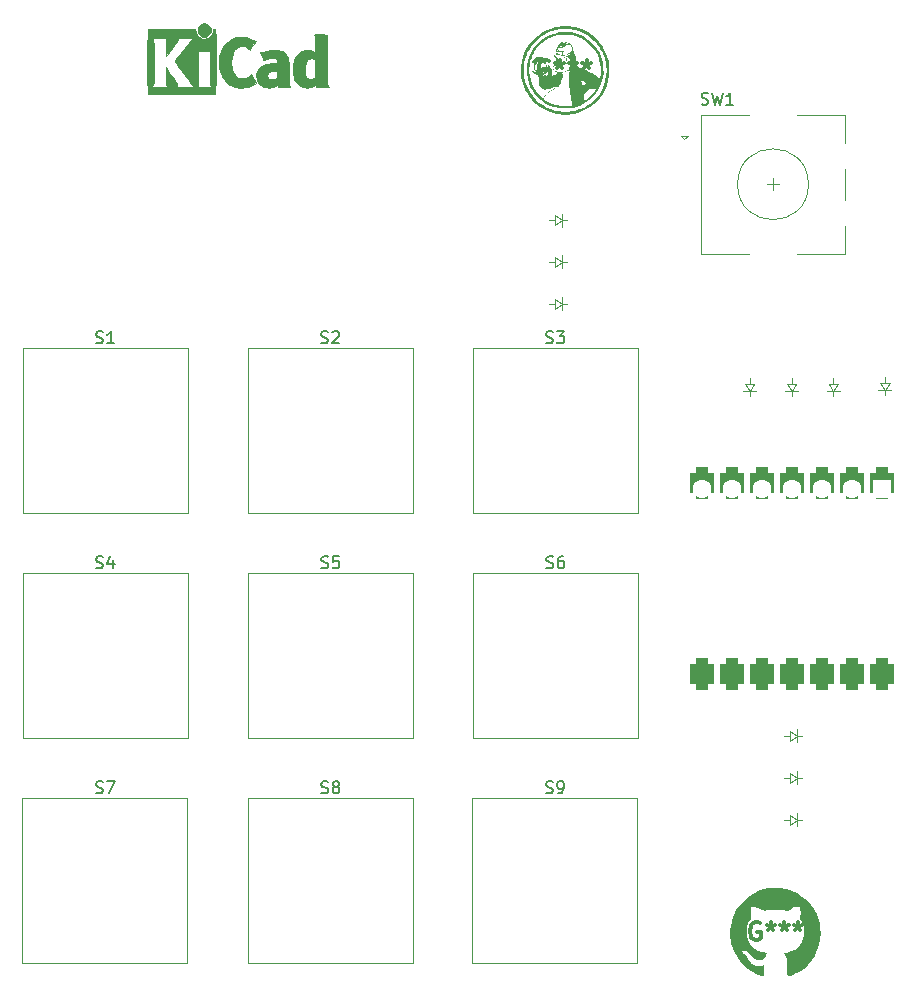
<source format=gto>
%TF.GenerationSoftware,KiCad,Pcbnew,8.0.6*%
%TF.CreationDate,2024-10-21T20:49:49-03:00*%
%TF.ProjectId,HC Hackpad 1.2,48432048-6163-46b7-9061-6420312e322e,rev?*%
%TF.SameCoordinates,Original*%
%TF.FileFunction,Legend,Top*%
%TF.FilePolarity,Positive*%
%FSLAX46Y46*%
G04 Gerber Fmt 4.6, Leading zero omitted, Abs format (unit mm)*
G04 Created by KiCad (PCBNEW 8.0.6) date 2024-10-21 20:49:49*
%MOMM*%
%LPD*%
G01*
G04 APERTURE LIST*
G04 Aperture macros list*
%AMRoundRect*
0 Rectangle with rounded corners*
0 $1 Rounding radius*
0 $2 $3 $4 $5 $6 $7 $8 $9 X,Y pos of 4 corners*
0 Add a 4 corners polygon primitive as box body*
4,1,4,$2,$3,$4,$5,$6,$7,$8,$9,$2,$3,0*
0 Add four circle primitives for the rounded corners*
1,1,$1+$1,$2,$3*
1,1,$1+$1,$4,$5*
1,1,$1+$1,$6,$7*
1,1,$1+$1,$8,$9*
0 Add four rect primitives between the rounded corners*
20,1,$1+$1,$2,$3,$4,$5,0*
20,1,$1+$1,$4,$5,$6,$7,0*
20,1,$1+$1,$6,$7,$8,$9,0*
20,1,$1+$1,$8,$9,$2,$3,0*%
G04 Aperture macros list end*
%ADD10C,0.150000*%
%ADD11C,0.300000*%
%ADD12C,0.120000*%
%ADD13C,0.000000*%
%ADD14C,0.100000*%
%ADD15C,0.010000*%
%ADD16C,1.700000*%
%ADD17C,4.000000*%
%ADD18C,2.200000*%
%ADD19R,1.600000X1.600000*%
%ADD20O,1.600000X1.600000*%
%ADD21R,1.700000X1.700000*%
%ADD22O,1.700000X1.700000*%
%ADD23R,2.000000X2.000000*%
%ADD24C,2.000000*%
%ADD25R,3.200000X2.000000*%
%ADD26RoundRect,0.500000X-0.500000X0.875000X-0.500000X-0.875000X0.500000X-0.875000X0.500000X0.875000X0*%
%ADD27C,1.600000*%
G04 APERTURE END LIST*
D10*
X96938095Y-84133200D02*
X97080952Y-84180819D01*
X97080952Y-84180819D02*
X97319047Y-84180819D01*
X97319047Y-84180819D02*
X97414285Y-84133200D01*
X97414285Y-84133200D02*
X97461904Y-84085580D01*
X97461904Y-84085580D02*
X97509523Y-83990342D01*
X97509523Y-83990342D02*
X97509523Y-83895104D01*
X97509523Y-83895104D02*
X97461904Y-83799866D01*
X97461904Y-83799866D02*
X97414285Y-83752247D01*
X97414285Y-83752247D02*
X97319047Y-83704628D01*
X97319047Y-83704628D02*
X97128571Y-83657009D01*
X97128571Y-83657009D02*
X97033333Y-83609390D01*
X97033333Y-83609390D02*
X96985714Y-83561771D01*
X96985714Y-83561771D02*
X96938095Y-83466533D01*
X96938095Y-83466533D02*
X96938095Y-83371295D01*
X96938095Y-83371295D02*
X96985714Y-83276057D01*
X96985714Y-83276057D02*
X97033333Y-83228438D01*
X97033333Y-83228438D02*
X97128571Y-83180819D01*
X97128571Y-83180819D02*
X97366666Y-83180819D01*
X97366666Y-83180819D02*
X97509523Y-83228438D01*
X98366666Y-83514152D02*
X98366666Y-84180819D01*
X98128571Y-83133200D02*
X97890476Y-83847485D01*
X97890476Y-83847485D02*
X98509523Y-83847485D01*
D11*
X153128572Y-114229757D02*
X152985715Y-114158328D01*
X152985715Y-114158328D02*
X152771429Y-114158328D01*
X152771429Y-114158328D02*
X152557143Y-114229757D01*
X152557143Y-114229757D02*
X152414286Y-114372614D01*
X152414286Y-114372614D02*
X152342857Y-114515471D01*
X152342857Y-114515471D02*
X152271429Y-114801185D01*
X152271429Y-114801185D02*
X152271429Y-115015471D01*
X152271429Y-115015471D02*
X152342857Y-115301185D01*
X152342857Y-115301185D02*
X152414286Y-115444042D01*
X152414286Y-115444042D02*
X152557143Y-115586900D01*
X152557143Y-115586900D02*
X152771429Y-115658328D01*
X152771429Y-115658328D02*
X152914286Y-115658328D01*
X152914286Y-115658328D02*
X153128572Y-115586900D01*
X153128572Y-115586900D02*
X153200000Y-115515471D01*
X153200000Y-115515471D02*
X153200000Y-115015471D01*
X153200000Y-115015471D02*
X152914286Y-115015471D01*
X154057143Y-114158328D02*
X154057143Y-114515471D01*
X153700000Y-114372614D02*
X154057143Y-114515471D01*
X154057143Y-114515471D02*
X154414286Y-114372614D01*
X153842857Y-114801185D02*
X154057143Y-114515471D01*
X154057143Y-114515471D02*
X154271429Y-114801185D01*
X155200000Y-114158328D02*
X155200000Y-114515471D01*
X154842857Y-114372614D02*
X155200000Y-114515471D01*
X155200000Y-114515471D02*
X155557143Y-114372614D01*
X154985714Y-114801185D02*
X155200000Y-114515471D01*
X155200000Y-114515471D02*
X155414286Y-114801185D01*
X156342857Y-114158328D02*
X156342857Y-114515471D01*
X155985714Y-114372614D02*
X156342857Y-114515471D01*
X156342857Y-114515471D02*
X156700000Y-114372614D01*
X156128571Y-114801185D02*
X156342857Y-114515471D01*
X156342857Y-114515471D02*
X156557143Y-114801185D01*
D10*
X96918095Y-103173200D02*
X97060952Y-103220819D01*
X97060952Y-103220819D02*
X97299047Y-103220819D01*
X97299047Y-103220819D02*
X97394285Y-103173200D01*
X97394285Y-103173200D02*
X97441904Y-103125580D01*
X97441904Y-103125580D02*
X97489523Y-103030342D01*
X97489523Y-103030342D02*
X97489523Y-102935104D01*
X97489523Y-102935104D02*
X97441904Y-102839866D01*
X97441904Y-102839866D02*
X97394285Y-102792247D01*
X97394285Y-102792247D02*
X97299047Y-102744628D01*
X97299047Y-102744628D02*
X97108571Y-102697009D01*
X97108571Y-102697009D02*
X97013333Y-102649390D01*
X97013333Y-102649390D02*
X96965714Y-102601771D01*
X96965714Y-102601771D02*
X96918095Y-102506533D01*
X96918095Y-102506533D02*
X96918095Y-102411295D01*
X96918095Y-102411295D02*
X96965714Y-102316057D01*
X96965714Y-102316057D02*
X97013333Y-102268438D01*
X97013333Y-102268438D02*
X97108571Y-102220819D01*
X97108571Y-102220819D02*
X97346666Y-102220819D01*
X97346666Y-102220819D02*
X97489523Y-102268438D01*
X97822857Y-102220819D02*
X98489523Y-102220819D01*
X98489523Y-102220819D02*
X98060952Y-103220819D01*
X135058095Y-84123200D02*
X135200952Y-84170819D01*
X135200952Y-84170819D02*
X135439047Y-84170819D01*
X135439047Y-84170819D02*
X135534285Y-84123200D01*
X135534285Y-84123200D02*
X135581904Y-84075580D01*
X135581904Y-84075580D02*
X135629523Y-83980342D01*
X135629523Y-83980342D02*
X135629523Y-83885104D01*
X135629523Y-83885104D02*
X135581904Y-83789866D01*
X135581904Y-83789866D02*
X135534285Y-83742247D01*
X135534285Y-83742247D02*
X135439047Y-83694628D01*
X135439047Y-83694628D02*
X135248571Y-83647009D01*
X135248571Y-83647009D02*
X135153333Y-83599390D01*
X135153333Y-83599390D02*
X135105714Y-83551771D01*
X135105714Y-83551771D02*
X135058095Y-83456533D01*
X135058095Y-83456533D02*
X135058095Y-83361295D01*
X135058095Y-83361295D02*
X135105714Y-83266057D01*
X135105714Y-83266057D02*
X135153333Y-83218438D01*
X135153333Y-83218438D02*
X135248571Y-83170819D01*
X135248571Y-83170819D02*
X135486666Y-83170819D01*
X135486666Y-83170819D02*
X135629523Y-83218438D01*
X136486666Y-83170819D02*
X136296190Y-83170819D01*
X136296190Y-83170819D02*
X136200952Y-83218438D01*
X136200952Y-83218438D02*
X136153333Y-83266057D01*
X136153333Y-83266057D02*
X136058095Y-83408914D01*
X136058095Y-83408914D02*
X136010476Y-83599390D01*
X136010476Y-83599390D02*
X136010476Y-83980342D01*
X136010476Y-83980342D02*
X136058095Y-84075580D01*
X136058095Y-84075580D02*
X136105714Y-84123200D01*
X136105714Y-84123200D02*
X136200952Y-84170819D01*
X136200952Y-84170819D02*
X136391428Y-84170819D01*
X136391428Y-84170819D02*
X136486666Y-84123200D01*
X136486666Y-84123200D02*
X136534285Y-84075580D01*
X136534285Y-84075580D02*
X136581904Y-83980342D01*
X136581904Y-83980342D02*
X136581904Y-83742247D01*
X136581904Y-83742247D02*
X136534285Y-83647009D01*
X136534285Y-83647009D02*
X136486666Y-83599390D01*
X136486666Y-83599390D02*
X136391428Y-83551771D01*
X136391428Y-83551771D02*
X136200952Y-83551771D01*
X136200952Y-83551771D02*
X136105714Y-83599390D01*
X136105714Y-83599390D02*
X136058095Y-83647009D01*
X136058095Y-83647009D02*
X136010476Y-83742247D01*
X135028095Y-65073200D02*
X135170952Y-65120819D01*
X135170952Y-65120819D02*
X135409047Y-65120819D01*
X135409047Y-65120819D02*
X135504285Y-65073200D01*
X135504285Y-65073200D02*
X135551904Y-65025580D01*
X135551904Y-65025580D02*
X135599523Y-64930342D01*
X135599523Y-64930342D02*
X135599523Y-64835104D01*
X135599523Y-64835104D02*
X135551904Y-64739866D01*
X135551904Y-64739866D02*
X135504285Y-64692247D01*
X135504285Y-64692247D02*
X135409047Y-64644628D01*
X135409047Y-64644628D02*
X135218571Y-64597009D01*
X135218571Y-64597009D02*
X135123333Y-64549390D01*
X135123333Y-64549390D02*
X135075714Y-64501771D01*
X135075714Y-64501771D02*
X135028095Y-64406533D01*
X135028095Y-64406533D02*
X135028095Y-64311295D01*
X135028095Y-64311295D02*
X135075714Y-64216057D01*
X135075714Y-64216057D02*
X135123333Y-64168438D01*
X135123333Y-64168438D02*
X135218571Y-64120819D01*
X135218571Y-64120819D02*
X135456666Y-64120819D01*
X135456666Y-64120819D02*
X135599523Y-64168438D01*
X135932857Y-64120819D02*
X136551904Y-64120819D01*
X136551904Y-64120819D02*
X136218571Y-64501771D01*
X136218571Y-64501771D02*
X136361428Y-64501771D01*
X136361428Y-64501771D02*
X136456666Y-64549390D01*
X136456666Y-64549390D02*
X136504285Y-64597009D01*
X136504285Y-64597009D02*
X136551904Y-64692247D01*
X136551904Y-64692247D02*
X136551904Y-64930342D01*
X136551904Y-64930342D02*
X136504285Y-65025580D01*
X136504285Y-65025580D02*
X136456666Y-65073200D01*
X136456666Y-65073200D02*
X136361428Y-65120819D01*
X136361428Y-65120819D02*
X136075714Y-65120819D01*
X136075714Y-65120819D02*
X135980476Y-65073200D01*
X135980476Y-65073200D02*
X135932857Y-65025580D01*
X115988095Y-65073200D02*
X116130952Y-65120819D01*
X116130952Y-65120819D02*
X116369047Y-65120819D01*
X116369047Y-65120819D02*
X116464285Y-65073200D01*
X116464285Y-65073200D02*
X116511904Y-65025580D01*
X116511904Y-65025580D02*
X116559523Y-64930342D01*
X116559523Y-64930342D02*
X116559523Y-64835104D01*
X116559523Y-64835104D02*
X116511904Y-64739866D01*
X116511904Y-64739866D02*
X116464285Y-64692247D01*
X116464285Y-64692247D02*
X116369047Y-64644628D01*
X116369047Y-64644628D02*
X116178571Y-64597009D01*
X116178571Y-64597009D02*
X116083333Y-64549390D01*
X116083333Y-64549390D02*
X116035714Y-64501771D01*
X116035714Y-64501771D02*
X115988095Y-64406533D01*
X115988095Y-64406533D02*
X115988095Y-64311295D01*
X115988095Y-64311295D02*
X116035714Y-64216057D01*
X116035714Y-64216057D02*
X116083333Y-64168438D01*
X116083333Y-64168438D02*
X116178571Y-64120819D01*
X116178571Y-64120819D02*
X116416666Y-64120819D01*
X116416666Y-64120819D02*
X116559523Y-64168438D01*
X116940476Y-64216057D02*
X116988095Y-64168438D01*
X116988095Y-64168438D02*
X117083333Y-64120819D01*
X117083333Y-64120819D02*
X117321428Y-64120819D01*
X117321428Y-64120819D02*
X117416666Y-64168438D01*
X117416666Y-64168438D02*
X117464285Y-64216057D01*
X117464285Y-64216057D02*
X117511904Y-64311295D01*
X117511904Y-64311295D02*
X117511904Y-64406533D01*
X117511904Y-64406533D02*
X117464285Y-64549390D01*
X117464285Y-64549390D02*
X116892857Y-65120819D01*
X116892857Y-65120819D02*
X117511904Y-65120819D01*
X115998095Y-103183200D02*
X116140952Y-103230819D01*
X116140952Y-103230819D02*
X116379047Y-103230819D01*
X116379047Y-103230819D02*
X116474285Y-103183200D01*
X116474285Y-103183200D02*
X116521904Y-103135580D01*
X116521904Y-103135580D02*
X116569523Y-103040342D01*
X116569523Y-103040342D02*
X116569523Y-102945104D01*
X116569523Y-102945104D02*
X116521904Y-102849866D01*
X116521904Y-102849866D02*
X116474285Y-102802247D01*
X116474285Y-102802247D02*
X116379047Y-102754628D01*
X116379047Y-102754628D02*
X116188571Y-102707009D01*
X116188571Y-102707009D02*
X116093333Y-102659390D01*
X116093333Y-102659390D02*
X116045714Y-102611771D01*
X116045714Y-102611771D02*
X115998095Y-102516533D01*
X115998095Y-102516533D02*
X115998095Y-102421295D01*
X115998095Y-102421295D02*
X116045714Y-102326057D01*
X116045714Y-102326057D02*
X116093333Y-102278438D01*
X116093333Y-102278438D02*
X116188571Y-102230819D01*
X116188571Y-102230819D02*
X116426666Y-102230819D01*
X116426666Y-102230819D02*
X116569523Y-102278438D01*
X117140952Y-102659390D02*
X117045714Y-102611771D01*
X117045714Y-102611771D02*
X116998095Y-102564152D01*
X116998095Y-102564152D02*
X116950476Y-102468914D01*
X116950476Y-102468914D02*
X116950476Y-102421295D01*
X116950476Y-102421295D02*
X116998095Y-102326057D01*
X116998095Y-102326057D02*
X117045714Y-102278438D01*
X117045714Y-102278438D02*
X117140952Y-102230819D01*
X117140952Y-102230819D02*
X117331428Y-102230819D01*
X117331428Y-102230819D02*
X117426666Y-102278438D01*
X117426666Y-102278438D02*
X117474285Y-102326057D01*
X117474285Y-102326057D02*
X117521904Y-102421295D01*
X117521904Y-102421295D02*
X117521904Y-102468914D01*
X117521904Y-102468914D02*
X117474285Y-102564152D01*
X117474285Y-102564152D02*
X117426666Y-102611771D01*
X117426666Y-102611771D02*
X117331428Y-102659390D01*
X117331428Y-102659390D02*
X117140952Y-102659390D01*
X117140952Y-102659390D02*
X117045714Y-102707009D01*
X117045714Y-102707009D02*
X116998095Y-102754628D01*
X116998095Y-102754628D02*
X116950476Y-102849866D01*
X116950476Y-102849866D02*
X116950476Y-103040342D01*
X116950476Y-103040342D02*
X116998095Y-103135580D01*
X116998095Y-103135580D02*
X117045714Y-103183200D01*
X117045714Y-103183200D02*
X117140952Y-103230819D01*
X117140952Y-103230819D02*
X117331428Y-103230819D01*
X117331428Y-103230819D02*
X117426666Y-103183200D01*
X117426666Y-103183200D02*
X117474285Y-103135580D01*
X117474285Y-103135580D02*
X117521904Y-103040342D01*
X117521904Y-103040342D02*
X117521904Y-102849866D01*
X117521904Y-102849866D02*
X117474285Y-102754628D01*
X117474285Y-102754628D02*
X117426666Y-102707009D01*
X117426666Y-102707009D02*
X117331428Y-102659390D01*
D11*
X135248421Y-41251199D02*
X135105564Y-41179770D01*
X135105564Y-41179770D02*
X134891278Y-41179770D01*
X134891278Y-41179770D02*
X134676992Y-41251199D01*
X134676992Y-41251199D02*
X134534135Y-41394056D01*
X134534135Y-41394056D02*
X134462706Y-41536913D01*
X134462706Y-41536913D02*
X134391278Y-41822627D01*
X134391278Y-41822627D02*
X134391278Y-42036913D01*
X134391278Y-42036913D02*
X134462706Y-42322627D01*
X134462706Y-42322627D02*
X134534135Y-42465484D01*
X134534135Y-42465484D02*
X134676992Y-42608342D01*
X134676992Y-42608342D02*
X134891278Y-42679770D01*
X134891278Y-42679770D02*
X135034135Y-42679770D01*
X135034135Y-42679770D02*
X135248421Y-42608342D01*
X135248421Y-42608342D02*
X135319849Y-42536913D01*
X135319849Y-42536913D02*
X135319849Y-42036913D01*
X135319849Y-42036913D02*
X135034135Y-42036913D01*
X136176992Y-41179770D02*
X136176992Y-41536913D01*
X135819849Y-41394056D02*
X136176992Y-41536913D01*
X136176992Y-41536913D02*
X136534135Y-41394056D01*
X135962706Y-41822627D02*
X136176992Y-41536913D01*
X136176992Y-41536913D02*
X136391278Y-41822627D01*
X137319849Y-41179770D02*
X137319849Y-41536913D01*
X136962706Y-41394056D02*
X137319849Y-41536913D01*
X137319849Y-41536913D02*
X137676992Y-41394056D01*
X137105563Y-41822627D02*
X137319849Y-41536913D01*
X137319849Y-41536913D02*
X137534135Y-41822627D01*
X138462706Y-41179770D02*
X138462706Y-41536913D01*
X138105563Y-41394056D02*
X138462706Y-41536913D01*
X138462706Y-41536913D02*
X138819849Y-41394056D01*
X138248420Y-41822627D02*
X138462706Y-41536913D01*
X138462706Y-41536913D02*
X138676992Y-41822627D01*
D10*
X96928095Y-65083200D02*
X97070952Y-65130819D01*
X97070952Y-65130819D02*
X97309047Y-65130819D01*
X97309047Y-65130819D02*
X97404285Y-65083200D01*
X97404285Y-65083200D02*
X97451904Y-65035580D01*
X97451904Y-65035580D02*
X97499523Y-64940342D01*
X97499523Y-64940342D02*
X97499523Y-64845104D01*
X97499523Y-64845104D02*
X97451904Y-64749866D01*
X97451904Y-64749866D02*
X97404285Y-64702247D01*
X97404285Y-64702247D02*
X97309047Y-64654628D01*
X97309047Y-64654628D02*
X97118571Y-64607009D01*
X97118571Y-64607009D02*
X97023333Y-64559390D01*
X97023333Y-64559390D02*
X96975714Y-64511771D01*
X96975714Y-64511771D02*
X96928095Y-64416533D01*
X96928095Y-64416533D02*
X96928095Y-64321295D01*
X96928095Y-64321295D02*
X96975714Y-64226057D01*
X96975714Y-64226057D02*
X97023333Y-64178438D01*
X97023333Y-64178438D02*
X97118571Y-64130819D01*
X97118571Y-64130819D02*
X97356666Y-64130819D01*
X97356666Y-64130819D02*
X97499523Y-64178438D01*
X98451904Y-65130819D02*
X97880476Y-65130819D01*
X98166190Y-65130819D02*
X98166190Y-64130819D01*
X98166190Y-64130819D02*
X98070952Y-64273676D01*
X98070952Y-64273676D02*
X97975714Y-64368914D01*
X97975714Y-64368914D02*
X97880476Y-64416533D01*
X116008095Y-84123200D02*
X116150952Y-84170819D01*
X116150952Y-84170819D02*
X116389047Y-84170819D01*
X116389047Y-84170819D02*
X116484285Y-84123200D01*
X116484285Y-84123200D02*
X116531904Y-84075580D01*
X116531904Y-84075580D02*
X116579523Y-83980342D01*
X116579523Y-83980342D02*
X116579523Y-83885104D01*
X116579523Y-83885104D02*
X116531904Y-83789866D01*
X116531904Y-83789866D02*
X116484285Y-83742247D01*
X116484285Y-83742247D02*
X116389047Y-83694628D01*
X116389047Y-83694628D02*
X116198571Y-83647009D01*
X116198571Y-83647009D02*
X116103333Y-83599390D01*
X116103333Y-83599390D02*
X116055714Y-83551771D01*
X116055714Y-83551771D02*
X116008095Y-83456533D01*
X116008095Y-83456533D02*
X116008095Y-83361295D01*
X116008095Y-83361295D02*
X116055714Y-83266057D01*
X116055714Y-83266057D02*
X116103333Y-83218438D01*
X116103333Y-83218438D02*
X116198571Y-83170819D01*
X116198571Y-83170819D02*
X116436666Y-83170819D01*
X116436666Y-83170819D02*
X116579523Y-83218438D01*
X117484285Y-83170819D02*
X117008095Y-83170819D01*
X117008095Y-83170819D02*
X116960476Y-83647009D01*
X116960476Y-83647009D02*
X117008095Y-83599390D01*
X117008095Y-83599390D02*
X117103333Y-83551771D01*
X117103333Y-83551771D02*
X117341428Y-83551771D01*
X117341428Y-83551771D02*
X117436666Y-83599390D01*
X117436666Y-83599390D02*
X117484285Y-83647009D01*
X117484285Y-83647009D02*
X117531904Y-83742247D01*
X117531904Y-83742247D02*
X117531904Y-83980342D01*
X117531904Y-83980342D02*
X117484285Y-84075580D01*
X117484285Y-84075580D02*
X117436666Y-84123200D01*
X117436666Y-84123200D02*
X117341428Y-84170819D01*
X117341428Y-84170819D02*
X117103333Y-84170819D01*
X117103333Y-84170819D02*
X117008095Y-84123200D01*
X117008095Y-84123200D02*
X116960476Y-84075580D01*
X148206667Y-44877200D02*
X148349524Y-44924819D01*
X148349524Y-44924819D02*
X148587619Y-44924819D01*
X148587619Y-44924819D02*
X148682857Y-44877200D01*
X148682857Y-44877200D02*
X148730476Y-44829580D01*
X148730476Y-44829580D02*
X148778095Y-44734342D01*
X148778095Y-44734342D02*
X148778095Y-44639104D01*
X148778095Y-44639104D02*
X148730476Y-44543866D01*
X148730476Y-44543866D02*
X148682857Y-44496247D01*
X148682857Y-44496247D02*
X148587619Y-44448628D01*
X148587619Y-44448628D02*
X148397143Y-44401009D01*
X148397143Y-44401009D02*
X148301905Y-44353390D01*
X148301905Y-44353390D02*
X148254286Y-44305771D01*
X148254286Y-44305771D02*
X148206667Y-44210533D01*
X148206667Y-44210533D02*
X148206667Y-44115295D01*
X148206667Y-44115295D02*
X148254286Y-44020057D01*
X148254286Y-44020057D02*
X148301905Y-43972438D01*
X148301905Y-43972438D02*
X148397143Y-43924819D01*
X148397143Y-43924819D02*
X148635238Y-43924819D01*
X148635238Y-43924819D02*
X148778095Y-43972438D01*
X149111429Y-43924819D02*
X149349524Y-44924819D01*
X149349524Y-44924819D02*
X149540000Y-44210533D01*
X149540000Y-44210533D02*
X149730476Y-44924819D01*
X149730476Y-44924819D02*
X149968572Y-43924819D01*
X150873333Y-44924819D02*
X150301905Y-44924819D01*
X150587619Y-44924819D02*
X150587619Y-43924819D01*
X150587619Y-43924819D02*
X150492381Y-44067676D01*
X150492381Y-44067676D02*
X150397143Y-44162914D01*
X150397143Y-44162914D02*
X150301905Y-44210533D01*
X135018095Y-103173200D02*
X135160952Y-103220819D01*
X135160952Y-103220819D02*
X135399047Y-103220819D01*
X135399047Y-103220819D02*
X135494285Y-103173200D01*
X135494285Y-103173200D02*
X135541904Y-103125580D01*
X135541904Y-103125580D02*
X135589523Y-103030342D01*
X135589523Y-103030342D02*
X135589523Y-102935104D01*
X135589523Y-102935104D02*
X135541904Y-102839866D01*
X135541904Y-102839866D02*
X135494285Y-102792247D01*
X135494285Y-102792247D02*
X135399047Y-102744628D01*
X135399047Y-102744628D02*
X135208571Y-102697009D01*
X135208571Y-102697009D02*
X135113333Y-102649390D01*
X135113333Y-102649390D02*
X135065714Y-102601771D01*
X135065714Y-102601771D02*
X135018095Y-102506533D01*
X135018095Y-102506533D02*
X135018095Y-102411295D01*
X135018095Y-102411295D02*
X135065714Y-102316057D01*
X135065714Y-102316057D02*
X135113333Y-102268438D01*
X135113333Y-102268438D02*
X135208571Y-102220819D01*
X135208571Y-102220819D02*
X135446666Y-102220819D01*
X135446666Y-102220819D02*
X135589523Y-102268438D01*
X136065714Y-103220819D02*
X136256190Y-103220819D01*
X136256190Y-103220819D02*
X136351428Y-103173200D01*
X136351428Y-103173200D02*
X136399047Y-103125580D01*
X136399047Y-103125580D02*
X136494285Y-102982723D01*
X136494285Y-102982723D02*
X136541904Y-102792247D01*
X136541904Y-102792247D02*
X136541904Y-102411295D01*
X136541904Y-102411295D02*
X136494285Y-102316057D01*
X136494285Y-102316057D02*
X136446666Y-102268438D01*
X136446666Y-102268438D02*
X136351428Y-102220819D01*
X136351428Y-102220819D02*
X136160952Y-102220819D01*
X136160952Y-102220819D02*
X136065714Y-102268438D01*
X136065714Y-102268438D02*
X136018095Y-102316057D01*
X136018095Y-102316057D02*
X135970476Y-102411295D01*
X135970476Y-102411295D02*
X135970476Y-102649390D01*
X135970476Y-102649390D02*
X136018095Y-102744628D01*
X136018095Y-102744628D02*
X136065714Y-102792247D01*
X136065714Y-102792247D02*
X136160952Y-102839866D01*
X136160952Y-102839866D02*
X136351428Y-102839866D01*
X136351428Y-102839866D02*
X136446666Y-102792247D01*
X136446666Y-102792247D02*
X136494285Y-102744628D01*
X136494285Y-102744628D02*
X136541904Y-102649390D01*
D12*
%TO.C,S4*%
X90715000Y-84615000D02*
X104685000Y-84615000D01*
X90715000Y-98585000D02*
X90715000Y-84615000D01*
X104685000Y-84615000D02*
X104685000Y-98585000D01*
X104685000Y-98585000D02*
X90715000Y-98585000D01*
D13*
%TO.C,G\u002A\u002A\u002A*%
G36*
X154890201Y-111252342D02*
G01*
X155381969Y-111342103D01*
X155400391Y-111346766D01*
X155876897Y-111502025D01*
X156321999Y-111714134D01*
X156731974Y-111979294D01*
X157103100Y-112293705D01*
X157431652Y-112653568D01*
X157713907Y-113055086D01*
X157946143Y-113494459D01*
X158124636Y-113967888D01*
X158185916Y-114188944D01*
X158229373Y-114418039D01*
X158259765Y-114688596D01*
X158275947Y-114976483D01*
X158276772Y-115257568D01*
X158261093Y-115507721D01*
X158252001Y-115580062D01*
X158148106Y-116072163D01*
X157985857Y-116540324D01*
X157769002Y-116979699D01*
X157501289Y-117385444D01*
X157186465Y-117752715D01*
X156828278Y-118076668D01*
X156430477Y-118352458D01*
X155996809Y-118575242D01*
X155905295Y-118613334D01*
X155765269Y-118668796D01*
X155656205Y-118705620D01*
X155574016Y-118717908D01*
X155514611Y-118699758D01*
X155473905Y-118645273D01*
X155447807Y-118548553D01*
X155432230Y-118403697D01*
X155423086Y-118204806D01*
X155416286Y-117945982D01*
X155415329Y-117906286D01*
X155408771Y-117658989D01*
X155401966Y-117468349D01*
X155393933Y-117324360D01*
X155383691Y-117217015D01*
X155370260Y-117136309D01*
X155352660Y-117072236D01*
X155329910Y-117014790D01*
X155327439Y-117009301D01*
X155280090Y-116915878D01*
X155237287Y-116849407D01*
X155220443Y-116832334D01*
X155185931Y-116797656D01*
X155207081Y-116767256D01*
X155287852Y-116738443D01*
X155391666Y-116715929D01*
X155760411Y-116622481D01*
X156074539Y-116491147D01*
X156335288Y-116320445D01*
X156543892Y-116108889D01*
X156701587Y-115854997D01*
X156809609Y-115557284D01*
X156869194Y-115214266D01*
X156882840Y-114925177D01*
X156864138Y-114607100D01*
X156805803Y-114337186D01*
X156706001Y-114108682D01*
X156629931Y-113994474D01*
X156564335Y-113905171D01*
X156533097Y-113842091D01*
X156529781Y-113778731D01*
X156547950Y-113688585D01*
X156551776Y-113672596D01*
X156575256Y-113491774D01*
X156572046Y-113280464D01*
X156543655Y-113068588D01*
X156515574Y-112955000D01*
X156484004Y-112866535D01*
X156447650Y-112825358D01*
X156387089Y-112813719D01*
X156360557Y-112813333D01*
X156220385Y-112832848D01*
X156042940Y-112887620D01*
X155843578Y-112971985D01*
X155639581Y-113079166D01*
X155411550Y-113211187D01*
X155189108Y-113156437D01*
X155027795Y-113128644D01*
X154819983Y-113110137D01*
X154584559Y-113100923D01*
X154340410Y-113101011D01*
X154106422Y-113110410D01*
X153901484Y-113129128D01*
X153750000Y-113155775D01*
X153533333Y-113209795D01*
X153166666Y-113026688D01*
X152939910Y-112921404D01*
X152755977Y-112852988D01*
X152629532Y-112824350D01*
X152459065Y-112805120D01*
X152404532Y-112965165D01*
X152375788Y-113088669D01*
X152357515Y-113245951D01*
X152350382Y-113414358D01*
X152355061Y-113571240D01*
X152372222Y-113693946D01*
X152381992Y-113726473D01*
X152394160Y-113784425D01*
X152379126Y-113846910D01*
X152330579Y-113933600D01*
X152301230Y-113978171D01*
X152149304Y-114258172D01*
X152056885Y-114560064D01*
X152023309Y-114887596D01*
X152047907Y-115244517D01*
X152061254Y-115328474D01*
X152147593Y-115664828D01*
X152281710Y-115955092D01*
X152464216Y-116199870D01*
X152695721Y-116399760D01*
X152976837Y-116555363D01*
X153308174Y-116667281D01*
X153455701Y-116700104D01*
X153744735Y-116756050D01*
X153666684Y-116876358D01*
X153604985Y-116990974D01*
X153553671Y-117118113D01*
X153547175Y-117138993D01*
X153518688Y-117221606D01*
X153481150Y-117271408D01*
X153414938Y-117305496D01*
X153322796Y-117334497D01*
X153095359Y-117371905D01*
X152885615Y-117346029D01*
X152692000Y-117256241D01*
X152512951Y-117101912D01*
X152402134Y-116964584D01*
X152244612Y-116777152D01*
X152083245Y-116653344D01*
X151913318Y-116590118D01*
X151805404Y-116580000D01*
X151704096Y-116587725D01*
X151653585Y-116609018D01*
X151650000Y-116618630D01*
X151672627Y-116657811D01*
X151733057Y-116729385D01*
X151820107Y-116820522D01*
X151860618Y-116860297D01*
X152030320Y-117047548D01*
X152162811Y-117253512D01*
X152200264Y-117326404D01*
X152276200Y-117470559D01*
X152343727Y-117569456D01*
X152416491Y-117640747D01*
X152475043Y-117681907D01*
X152664682Y-117776496D01*
X152874154Y-117827955D01*
X153118412Y-117839240D01*
X153237255Y-117832526D01*
X153516666Y-117809855D01*
X153516666Y-118194927D01*
X153515448Y-118364348D01*
X153510477Y-118480512D01*
X153499778Y-118556805D01*
X153481374Y-118606614D01*
X153453291Y-118643325D01*
X153450000Y-118646666D01*
X153391083Y-118690956D01*
X153321144Y-118707597D01*
X153227082Y-118695570D01*
X153095792Y-118653856D01*
X152984590Y-118610464D01*
X152545026Y-118396624D01*
X152139702Y-118128075D01*
X151772615Y-117809521D01*
X151447758Y-117445664D01*
X151169126Y-117041208D01*
X150940716Y-116600854D01*
X150766521Y-116129306D01*
X150714083Y-115937722D01*
X150670626Y-115708627D01*
X150640234Y-115438070D01*
X150624052Y-115150183D01*
X150623227Y-114869098D01*
X150638906Y-114618945D01*
X150647998Y-114546604D01*
X150753929Y-114041865D01*
X150919626Y-113566496D01*
X151144670Y-113121332D01*
X151428642Y-112707211D01*
X151749523Y-112346398D01*
X152125482Y-112016620D01*
X152535293Y-111742038D01*
X152973186Y-111524231D01*
X153433393Y-111364778D01*
X153910144Y-111265259D01*
X154397669Y-111227253D01*
X154890201Y-111252342D01*
G37*
D14*
%TO.C,D3*%
X135790000Y-54300000D02*
X136390000Y-54700000D01*
X135790000Y-54700000D02*
X135290000Y-54700000D01*
X135790000Y-55100000D02*
X135790000Y-54300000D01*
X136390000Y-54700000D02*
X135790000Y-55100000D01*
X136390000Y-55250000D02*
X136390000Y-54150000D01*
X136790000Y-54700000D02*
X136390000Y-54700000D01*
D12*
%TO.C,S7*%
X90695000Y-103655000D02*
X104665000Y-103655000D01*
X90695000Y-117625000D02*
X90695000Y-103655000D01*
X104665000Y-103655000D02*
X104665000Y-117625000D01*
X104665000Y-117625000D02*
X90695000Y-117625000D01*
D15*
%TO.C,REF\u002A\u002A*%
X106213921Y-38066490D02*
X106317027Y-38102238D01*
X106413022Y-38158507D01*
X106498753Y-38235288D01*
X106571070Y-38332573D01*
X106603555Y-38393892D01*
X106631668Y-38479660D01*
X106645295Y-38578677D01*
X106643786Y-38680471D01*
X106627031Y-38772714D01*
X106581237Y-38885432D01*
X106514832Y-38983207D01*
X106431191Y-39064115D01*
X106333688Y-39126232D01*
X106225700Y-39167634D01*
X106110601Y-39186397D01*
X105991766Y-39180598D01*
X105933189Y-39168206D01*
X105819028Y-39123797D01*
X105717635Y-39056033D01*
X105631455Y-38967001D01*
X105562934Y-38858791D01*
X105557136Y-38846973D01*
X105537096Y-38802628D01*
X105524513Y-38765280D01*
X105517681Y-38725880D01*
X105514895Y-38675381D01*
X105514432Y-38620433D01*
X105515197Y-38554415D01*
X105518648Y-38506689D01*
X105526523Y-38468103D01*
X105540557Y-38429506D01*
X105557880Y-38391426D01*
X105622495Y-38283328D01*
X105702066Y-38195803D01*
X105793440Y-38128841D01*
X105893464Y-38082436D01*
X105998988Y-38056581D01*
X106106858Y-38051268D01*
X106213921Y-38066490D01*
G36*
X106213921Y-38066490D02*
G01*
X106317027Y-38102238D01*
X106413022Y-38158507D01*
X106498753Y-38235288D01*
X106571070Y-38332573D01*
X106603555Y-38393892D01*
X106631668Y-38479660D01*
X106645295Y-38578677D01*
X106643786Y-38680471D01*
X106627031Y-38772714D01*
X106581237Y-38885432D01*
X106514832Y-38983207D01*
X106431191Y-39064115D01*
X106333688Y-39126232D01*
X106225700Y-39167634D01*
X106110601Y-39186397D01*
X105991766Y-39180598D01*
X105933189Y-39168206D01*
X105819028Y-39123797D01*
X105717635Y-39056033D01*
X105631455Y-38967001D01*
X105562934Y-38858791D01*
X105557136Y-38846973D01*
X105537096Y-38802628D01*
X105524513Y-38765280D01*
X105517681Y-38725880D01*
X105514895Y-38675381D01*
X105514432Y-38620433D01*
X105515197Y-38554415D01*
X105518648Y-38506689D01*
X105526523Y-38468103D01*
X105540557Y-38429506D01*
X105557880Y-38391426D01*
X105622495Y-38283328D01*
X105702066Y-38195803D01*
X105793440Y-38128841D01*
X105893464Y-38082436D01*
X105998988Y-38056581D01*
X106106858Y-38051268D01*
X106213921Y-38066490D01*
G37*
X109379962Y-39190499D02*
X109528014Y-39206707D01*
X109671452Y-39235718D01*
X109816110Y-39279045D01*
X109967824Y-39338201D01*
X110132428Y-39414700D01*
X110162071Y-39429517D01*
X110230098Y-39463031D01*
X110294256Y-39493208D01*
X110348215Y-39517166D01*
X110385640Y-39532024D01*
X110391389Y-39533895D01*
X110446486Y-39550402D01*
X110199851Y-39909201D01*
X110139552Y-39996893D01*
X110084422Y-40077012D01*
X110036336Y-40146836D01*
X109997168Y-40203647D01*
X109968794Y-40244723D01*
X109953087Y-40267346D01*
X109950536Y-40270928D01*
X109940171Y-40263438D01*
X109914660Y-40240918D01*
X109878563Y-40207461D01*
X109858642Y-40188550D01*
X109745773Y-40098778D01*
X109619014Y-40030561D01*
X109509783Y-39993195D01*
X109444214Y-39981460D01*
X109362116Y-39974308D01*
X109273144Y-39971874D01*
X109186956Y-39974288D01*
X109113205Y-39981683D01*
X109083776Y-39987347D01*
X108951133Y-40032982D01*
X108831606Y-40102663D01*
X108725283Y-40196260D01*
X108632253Y-40313649D01*
X108552605Y-40454700D01*
X108486426Y-40619286D01*
X108433806Y-40807280D01*
X108402533Y-40968217D01*
X108394374Y-41039263D01*
X108388815Y-41131046D01*
X108385802Y-41236968D01*
X108385281Y-41350434D01*
X108387200Y-41464849D01*
X108391503Y-41573617D01*
X108398137Y-41670143D01*
X108407049Y-41747831D01*
X108408979Y-41759817D01*
X108451499Y-41952892D01*
X108509433Y-42123773D01*
X108583133Y-42273224D01*
X108672951Y-42402011D01*
X108736707Y-42471639D01*
X108851286Y-42566173D01*
X108976942Y-42636246D01*
X109111557Y-42681477D01*
X109253011Y-42701484D01*
X109399183Y-42695885D01*
X109547955Y-42664300D01*
X109635911Y-42633394D01*
X109757629Y-42571506D01*
X109883080Y-42482729D01*
X109953353Y-42422694D01*
X109992811Y-42387947D01*
X110023812Y-42362454D01*
X110041458Y-42350170D01*
X110043648Y-42349795D01*
X110051524Y-42362347D01*
X110071932Y-42395516D01*
X110103132Y-42446458D01*
X110143386Y-42512331D01*
X110190957Y-42590289D01*
X110244104Y-42677490D01*
X110273687Y-42726067D01*
X110499648Y-43097215D01*
X110217527Y-43236639D01*
X110115522Y-43286719D01*
X110032889Y-43326210D01*
X109964578Y-43357073D01*
X109905537Y-43381268D01*
X109850714Y-43400758D01*
X109795060Y-43417503D01*
X109733523Y-43433465D01*
X109674540Y-43447482D01*
X109622115Y-43458329D01*
X109567288Y-43466526D01*
X109504572Y-43472528D01*
X109428477Y-43476790D01*
X109333516Y-43479767D01*
X109269513Y-43481052D01*
X109178192Y-43481930D01*
X109090627Y-43481487D01*
X109012612Y-43479852D01*
X108949942Y-43477149D01*
X108908413Y-43473505D01*
X108905952Y-43473142D01*
X108690303Y-43426487D01*
X108487793Y-43355729D01*
X108298495Y-43260914D01*
X108122479Y-43142089D01*
X107959816Y-42999300D01*
X107810578Y-42832594D01*
X107702496Y-42684433D01*
X107587434Y-42490502D01*
X107494423Y-42285699D01*
X107423013Y-42068383D01*
X107372756Y-41836912D01*
X107343201Y-41589643D01*
X107333889Y-41338559D01*
X107341548Y-41095670D01*
X107365613Y-40871570D01*
X107406852Y-40662477D01*
X107466027Y-40464613D01*
X107543904Y-40274196D01*
X107553203Y-40254468D01*
X107655648Y-40070059D01*
X107781472Y-39894576D01*
X107927112Y-39731650D01*
X108089001Y-39584914D01*
X108263576Y-39458001D01*
X108426244Y-39364905D01*
X108590573Y-39291991D01*
X108755251Y-39239174D01*
X108926652Y-39205015D01*
X109111153Y-39188078D01*
X109221459Y-39185580D01*
X109379962Y-39190499D01*
G36*
X109379962Y-39190499D02*
G01*
X109528014Y-39206707D01*
X109671452Y-39235718D01*
X109816110Y-39279045D01*
X109967824Y-39338201D01*
X110132428Y-39414700D01*
X110162071Y-39429517D01*
X110230098Y-39463031D01*
X110294256Y-39493208D01*
X110348215Y-39517166D01*
X110385640Y-39532024D01*
X110391389Y-39533895D01*
X110446486Y-39550402D01*
X110199851Y-39909201D01*
X110139552Y-39996893D01*
X110084422Y-40077012D01*
X110036336Y-40146836D01*
X109997168Y-40203647D01*
X109968794Y-40244723D01*
X109953087Y-40267346D01*
X109950536Y-40270928D01*
X109940171Y-40263438D01*
X109914660Y-40240918D01*
X109878563Y-40207461D01*
X109858642Y-40188550D01*
X109745773Y-40098778D01*
X109619014Y-40030561D01*
X109509783Y-39993195D01*
X109444214Y-39981460D01*
X109362116Y-39974308D01*
X109273144Y-39971874D01*
X109186956Y-39974288D01*
X109113205Y-39981683D01*
X109083776Y-39987347D01*
X108951133Y-40032982D01*
X108831606Y-40102663D01*
X108725283Y-40196260D01*
X108632253Y-40313649D01*
X108552605Y-40454700D01*
X108486426Y-40619286D01*
X108433806Y-40807280D01*
X108402533Y-40968217D01*
X108394374Y-41039263D01*
X108388815Y-41131046D01*
X108385802Y-41236968D01*
X108385281Y-41350434D01*
X108387200Y-41464849D01*
X108391503Y-41573617D01*
X108398137Y-41670143D01*
X108407049Y-41747831D01*
X108408979Y-41759817D01*
X108451499Y-41952892D01*
X108509433Y-42123773D01*
X108583133Y-42273224D01*
X108672951Y-42402011D01*
X108736707Y-42471639D01*
X108851286Y-42566173D01*
X108976942Y-42636246D01*
X109111557Y-42681477D01*
X109253011Y-42701484D01*
X109399183Y-42695885D01*
X109547955Y-42664300D01*
X109635911Y-42633394D01*
X109757629Y-42571506D01*
X109883080Y-42482729D01*
X109953353Y-42422694D01*
X109992811Y-42387947D01*
X110023812Y-42362454D01*
X110041458Y-42350170D01*
X110043648Y-42349795D01*
X110051524Y-42362347D01*
X110071932Y-42395516D01*
X110103132Y-42446458D01*
X110143386Y-42512331D01*
X110190957Y-42590289D01*
X110244104Y-42677490D01*
X110273687Y-42726067D01*
X110499648Y-43097215D01*
X110217527Y-43236639D01*
X110115522Y-43286719D01*
X110032889Y-43326210D01*
X109964578Y-43357073D01*
X109905537Y-43381268D01*
X109850714Y-43400758D01*
X109795060Y-43417503D01*
X109733523Y-43433465D01*
X109674540Y-43447482D01*
X109622115Y-43458329D01*
X109567288Y-43466526D01*
X109504572Y-43472528D01*
X109428477Y-43476790D01*
X109333516Y-43479767D01*
X109269513Y-43481052D01*
X109178192Y-43481930D01*
X109090627Y-43481487D01*
X109012612Y-43479852D01*
X108949942Y-43477149D01*
X108908413Y-43473505D01*
X108905952Y-43473142D01*
X108690303Y-43426487D01*
X108487793Y-43355729D01*
X108298495Y-43260914D01*
X108122479Y-43142089D01*
X107959816Y-42999300D01*
X107810578Y-42832594D01*
X107702496Y-42684433D01*
X107587434Y-42490502D01*
X107494423Y-42285699D01*
X107423013Y-42068383D01*
X107372756Y-41836912D01*
X107343201Y-41589643D01*
X107333889Y-41338559D01*
X107341548Y-41095670D01*
X107365613Y-40871570D01*
X107406852Y-40662477D01*
X107466027Y-40464613D01*
X107543904Y-40274196D01*
X107553203Y-40254468D01*
X107655648Y-40070059D01*
X107781472Y-39894576D01*
X107927112Y-39731650D01*
X108089001Y-39584914D01*
X108263576Y-39458001D01*
X108426244Y-39364905D01*
X108590573Y-39291991D01*
X108755251Y-39239174D01*
X108926652Y-39205015D01*
X109111153Y-39188078D01*
X109221459Y-39185580D01*
X109379962Y-39190499D01*
G37*
X115782270Y-38986825D02*
X115899041Y-38987304D01*
X115938729Y-38987545D01*
X116484486Y-38991135D01*
X116491351Y-41084919D01*
X116492258Y-41368842D01*
X116493062Y-41626640D01*
X116493815Y-41859646D01*
X116494569Y-42069194D01*
X116495375Y-42256618D01*
X116496285Y-42423250D01*
X116497351Y-42570425D01*
X116498624Y-42699477D01*
X116500156Y-42811739D01*
X116501998Y-42908544D01*
X116504203Y-42991226D01*
X116506822Y-43061119D01*
X116509906Y-43119557D01*
X116513508Y-43167872D01*
X116517678Y-43207400D01*
X116522469Y-43239473D01*
X116527931Y-43265424D01*
X116534118Y-43286589D01*
X116541080Y-43304299D01*
X116548869Y-43319889D01*
X116557537Y-43334693D01*
X116567135Y-43350044D01*
X116577715Y-43367276D01*
X116579884Y-43370946D01*
X116616268Y-43433031D01*
X116090431Y-43429434D01*
X115564594Y-43425838D01*
X115557729Y-43310331D01*
X115553992Y-43254899D01*
X115550097Y-43222851D01*
X115544811Y-43210135D01*
X115536903Y-43212696D01*
X115530270Y-43220024D01*
X115501374Y-43246714D01*
X115454279Y-43281021D01*
X115395620Y-43318846D01*
X115332031Y-43356090D01*
X115270149Y-43388653D01*
X115222634Y-43410077D01*
X115111316Y-43445283D01*
X114983596Y-43470222D01*
X114848901Y-43483941D01*
X114716663Y-43485486D01*
X114596308Y-43473906D01*
X114594326Y-43473574D01*
X114429641Y-43432250D01*
X114275479Y-43366412D01*
X114133328Y-43277474D01*
X114004675Y-43166852D01*
X113891007Y-43035961D01*
X113793810Y-42886216D01*
X113714572Y-42719033D01*
X113671430Y-42595190D01*
X113642979Y-42491581D01*
X113621880Y-42391252D01*
X113607488Y-42288109D01*
X113599158Y-42176057D01*
X113596245Y-42049001D01*
X113597535Y-41945252D01*
X114610650Y-41945252D01*
X114615444Y-42119222D01*
X114630568Y-42268895D01*
X114656485Y-42395597D01*
X114693663Y-42500658D01*
X114742565Y-42585406D01*
X114803658Y-42651169D01*
X114874177Y-42697659D01*
X114910871Y-42715014D01*
X114942696Y-42725419D01*
X114978177Y-42730179D01*
X115025841Y-42730601D01*
X115077189Y-42728748D01*
X115178169Y-42719841D01*
X115258035Y-42702398D01*
X115283135Y-42693661D01*
X115340448Y-42667857D01*
X115400897Y-42635453D01*
X115427297Y-42619233D01*
X115495946Y-42574205D01*
X115495946Y-41146982D01*
X115420432Y-41101718D01*
X115315121Y-41050572D01*
X115207525Y-41020324D01*
X115101581Y-41010795D01*
X115001224Y-41021807D01*
X114910387Y-41053181D01*
X114833007Y-41104740D01*
X114808039Y-41129488D01*
X114747856Y-41210577D01*
X114699145Y-41308734D01*
X114661499Y-41425643D01*
X114634512Y-41562985D01*
X114617775Y-41722444D01*
X114610883Y-41905700D01*
X114610650Y-41945252D01*
X113597535Y-41945252D01*
X113598073Y-41902067D01*
X113609647Y-41676053D01*
X113632920Y-41472192D01*
X113668504Y-41287513D01*
X113717013Y-41119048D01*
X113779060Y-40963826D01*
X113801201Y-40917808D01*
X113890385Y-40767739D01*
X113998159Y-40634377D01*
X114121990Y-40519877D01*
X114259342Y-40426389D01*
X114407683Y-40356068D01*
X114496604Y-40327060D01*
X114583933Y-40309840D01*
X114689011Y-40299594D01*
X114803029Y-40296318D01*
X114917177Y-40300009D01*
X115022648Y-40310660D01*
X115107334Y-40327370D01*
X115208128Y-40360140D01*
X115305822Y-40402279D01*
X115391296Y-40449519D01*
X115436789Y-40481581D01*
X115468169Y-40505422D01*
X115490142Y-40519939D01*
X115495141Y-40522000D01*
X115496690Y-40508718D01*
X115498135Y-40470663D01*
X115499443Y-40410519D01*
X115500583Y-40330973D01*
X115501521Y-40234711D01*
X115502226Y-40124419D01*
X115502667Y-40002781D01*
X115502811Y-39878885D01*
X115502730Y-39720196D01*
X115502335Y-39586408D01*
X115501395Y-39474960D01*
X115499680Y-39383295D01*
X115496957Y-39308853D01*
X115492997Y-39249075D01*
X115487569Y-39201402D01*
X115480441Y-39163274D01*
X115471384Y-39132134D01*
X115460167Y-39105421D01*
X115446558Y-39080577D01*
X115430328Y-39055043D01*
X115428240Y-39051881D01*
X115407306Y-39018810D01*
X115394667Y-38996069D01*
X115392973Y-38991272D01*
X115406216Y-38989759D01*
X115444002Y-38988528D01*
X115503416Y-38987599D01*
X115581542Y-38986992D01*
X115675465Y-38986727D01*
X115782270Y-38986825D01*
G36*
X115782270Y-38986825D02*
G01*
X115899041Y-38987304D01*
X115938729Y-38987545D01*
X116484486Y-38991135D01*
X116491351Y-41084919D01*
X116492258Y-41368842D01*
X116493062Y-41626640D01*
X116493815Y-41859646D01*
X116494569Y-42069194D01*
X116495375Y-42256618D01*
X116496285Y-42423250D01*
X116497351Y-42570425D01*
X116498624Y-42699477D01*
X116500156Y-42811739D01*
X116501998Y-42908544D01*
X116504203Y-42991226D01*
X116506822Y-43061119D01*
X116509906Y-43119557D01*
X116513508Y-43167872D01*
X116517678Y-43207400D01*
X116522469Y-43239473D01*
X116527931Y-43265424D01*
X116534118Y-43286589D01*
X116541080Y-43304299D01*
X116548869Y-43319889D01*
X116557537Y-43334693D01*
X116567135Y-43350044D01*
X116577715Y-43367276D01*
X116579884Y-43370946D01*
X116616268Y-43433031D01*
X116090431Y-43429434D01*
X115564594Y-43425838D01*
X115557729Y-43310331D01*
X115553992Y-43254899D01*
X115550097Y-43222851D01*
X115544811Y-43210135D01*
X115536903Y-43212696D01*
X115530270Y-43220024D01*
X115501374Y-43246714D01*
X115454279Y-43281021D01*
X115395620Y-43318846D01*
X115332031Y-43356090D01*
X115270149Y-43388653D01*
X115222634Y-43410077D01*
X115111316Y-43445283D01*
X114983596Y-43470222D01*
X114848901Y-43483941D01*
X114716663Y-43485486D01*
X114596308Y-43473906D01*
X114594326Y-43473574D01*
X114429641Y-43432250D01*
X114275479Y-43366412D01*
X114133328Y-43277474D01*
X114004675Y-43166852D01*
X113891007Y-43035961D01*
X113793810Y-42886216D01*
X113714572Y-42719033D01*
X113671430Y-42595190D01*
X113642979Y-42491581D01*
X113621880Y-42391252D01*
X113607488Y-42288109D01*
X113599158Y-42176057D01*
X113596245Y-42049001D01*
X113597535Y-41945252D01*
X114610650Y-41945252D01*
X114615444Y-42119222D01*
X114630568Y-42268895D01*
X114656485Y-42395597D01*
X114693663Y-42500658D01*
X114742565Y-42585406D01*
X114803658Y-42651169D01*
X114874177Y-42697659D01*
X114910871Y-42715014D01*
X114942696Y-42725419D01*
X114978177Y-42730179D01*
X115025841Y-42730601D01*
X115077189Y-42728748D01*
X115178169Y-42719841D01*
X115258035Y-42702398D01*
X115283135Y-42693661D01*
X115340448Y-42667857D01*
X115400897Y-42635453D01*
X115427297Y-42619233D01*
X115495946Y-42574205D01*
X115495946Y-41146982D01*
X115420432Y-41101718D01*
X115315121Y-41050572D01*
X115207525Y-41020324D01*
X115101581Y-41010795D01*
X115001224Y-41021807D01*
X114910387Y-41053181D01*
X114833007Y-41104740D01*
X114808039Y-41129488D01*
X114747856Y-41210577D01*
X114699145Y-41308734D01*
X114661499Y-41425643D01*
X114634512Y-41562985D01*
X114617775Y-41722444D01*
X114610883Y-41905700D01*
X114610650Y-41945252D01*
X113597535Y-41945252D01*
X113598073Y-41902067D01*
X113609647Y-41676053D01*
X113632920Y-41472192D01*
X113668504Y-41287513D01*
X113717013Y-41119048D01*
X113779060Y-40963826D01*
X113801201Y-40917808D01*
X113890385Y-40767739D01*
X113998159Y-40634377D01*
X114121990Y-40519877D01*
X114259342Y-40426389D01*
X114407683Y-40356068D01*
X114496604Y-40327060D01*
X114583933Y-40309840D01*
X114689011Y-40299594D01*
X114803029Y-40296318D01*
X114917177Y-40300009D01*
X115022648Y-40310660D01*
X115107334Y-40327370D01*
X115208128Y-40360140D01*
X115305822Y-40402279D01*
X115391296Y-40449519D01*
X115436789Y-40481581D01*
X115468169Y-40505422D01*
X115490142Y-40519939D01*
X115495141Y-40522000D01*
X115496690Y-40508718D01*
X115498135Y-40470663D01*
X115499443Y-40410519D01*
X115500583Y-40330973D01*
X115501521Y-40234711D01*
X115502226Y-40124419D01*
X115502667Y-40002781D01*
X115502811Y-39878885D01*
X115502730Y-39720196D01*
X115502335Y-39586408D01*
X115501395Y-39474960D01*
X115499680Y-39383295D01*
X115496957Y-39308853D01*
X115492997Y-39249075D01*
X115487569Y-39201402D01*
X115480441Y-39163274D01*
X115471384Y-39132134D01*
X115460167Y-39105421D01*
X115446558Y-39080577D01*
X115430328Y-39055043D01*
X115428240Y-39051881D01*
X115407306Y-39018810D01*
X115394667Y-38996069D01*
X115392973Y-38991272D01*
X115406216Y-38989759D01*
X115444002Y-38988528D01*
X115503416Y-38987599D01*
X115581542Y-38986992D01*
X115675465Y-38986727D01*
X115782270Y-38986825D01*
G37*
X112107505Y-40294229D02*
X112175531Y-40299378D01*
X112370163Y-40325273D01*
X112542529Y-40366575D01*
X112693470Y-40423853D01*
X112823825Y-40497674D01*
X112934434Y-40588608D01*
X113026135Y-40697222D01*
X113099770Y-40824085D01*
X113153539Y-40961352D01*
X113167187Y-41005137D01*
X113179073Y-41046141D01*
X113189334Y-41086569D01*
X113198113Y-41128630D01*
X113205548Y-41174531D01*
X113211780Y-41226480D01*
X113216950Y-41286685D01*
X113221196Y-41357352D01*
X113224660Y-41440689D01*
X113227481Y-41538905D01*
X113229800Y-41654205D01*
X113231757Y-41788799D01*
X113233491Y-41944893D01*
X113235143Y-42124695D01*
X113236324Y-42265676D01*
X113244270Y-43233622D01*
X113295756Y-43326770D01*
X113320137Y-43371645D01*
X113338280Y-43406501D01*
X113346935Y-43425054D01*
X113347243Y-43426311D01*
X113334014Y-43427749D01*
X113296326Y-43429074D01*
X113237183Y-43430249D01*
X113159586Y-43431237D01*
X113066536Y-43431999D01*
X112961035Y-43432500D01*
X112846084Y-43432701D01*
X112832378Y-43432703D01*
X112317513Y-43432703D01*
X112317513Y-43316000D01*
X112316635Y-43263260D01*
X112314292Y-43222926D01*
X112310921Y-43201300D01*
X112309431Y-43199298D01*
X112295804Y-43207683D01*
X112267757Y-43229692D01*
X112231303Y-43260601D01*
X112230485Y-43261316D01*
X112163962Y-43310843D01*
X112079948Y-43360575D01*
X111987937Y-43405626D01*
X111897421Y-43441110D01*
X111857567Y-43453236D01*
X111778255Y-43468637D01*
X111680935Y-43478465D01*
X111574516Y-43482580D01*
X111467907Y-43480841D01*
X111370017Y-43473108D01*
X111301513Y-43461981D01*
X111133520Y-43412648D01*
X110982281Y-43342342D01*
X110848782Y-43251933D01*
X110734006Y-43142295D01*
X110638937Y-43014299D01*
X110564560Y-42868818D01*
X110532474Y-42780541D01*
X110512365Y-42694739D01*
X110499038Y-42591736D01*
X110492872Y-42481034D01*
X110493074Y-42464925D01*
X111421648Y-42464925D01*
X111429348Y-42547184D01*
X111454989Y-42615546D01*
X111502378Y-42678970D01*
X111520579Y-42697567D01*
X111585282Y-42747846D01*
X111660066Y-42780056D01*
X111749662Y-42795648D01*
X111844012Y-42796796D01*
X111933501Y-42789216D01*
X112002018Y-42774389D01*
X112031775Y-42763253D01*
X112085408Y-42732904D01*
X112142235Y-42690221D01*
X112194082Y-42642317D01*
X112232778Y-42596301D01*
X112243054Y-42579421D01*
X112251042Y-42555782D01*
X112256721Y-42518168D01*
X112260356Y-42462985D01*
X112262211Y-42386640D01*
X112262594Y-42313981D01*
X112262335Y-42229270D01*
X112261287Y-42168018D01*
X112259045Y-42126227D01*
X112255206Y-42099899D01*
X112249365Y-42085035D01*
X112241118Y-42077639D01*
X112238567Y-42076461D01*
X112216400Y-42072833D01*
X112172680Y-42069866D01*
X112113311Y-42067827D01*
X112044196Y-42066983D01*
X112029189Y-42066982D01*
X111936805Y-42068457D01*
X111865432Y-42072842D01*
X111808719Y-42080738D01*
X111761872Y-42092270D01*
X111645669Y-42136215D01*
X111554543Y-42190243D01*
X111487705Y-42255219D01*
X111444365Y-42332005D01*
X111423734Y-42421467D01*
X111421648Y-42464925D01*
X110493074Y-42464925D01*
X110494244Y-42372133D01*
X110503532Y-42274536D01*
X110510777Y-42235105D01*
X110557039Y-42088701D01*
X110627384Y-41953995D01*
X110720484Y-41832280D01*
X110835012Y-41724847D01*
X110969640Y-41632988D01*
X111123040Y-41557996D01*
X111253459Y-41512458D01*
X111340623Y-41488533D01*
X111423996Y-41469943D01*
X111508976Y-41456084D01*
X111600965Y-41446351D01*
X111705362Y-41440141D01*
X111827568Y-41436851D01*
X111938055Y-41435924D01*
X112265677Y-41435027D01*
X112259401Y-41336547D01*
X112241579Y-41229695D01*
X112203667Y-41137852D01*
X112147280Y-41063310D01*
X112074031Y-41008364D01*
X112009535Y-40981552D01*
X111917123Y-40964654D01*
X111807111Y-40962227D01*
X111684656Y-40973378D01*
X111554914Y-40997210D01*
X111423042Y-41032830D01*
X111294198Y-41079343D01*
X111200566Y-41121883D01*
X111155517Y-41143728D01*
X111121156Y-41158984D01*
X111103681Y-41164937D01*
X111102733Y-41164746D01*
X111096703Y-41151412D01*
X111081645Y-41116068D01*
X111058977Y-41062101D01*
X111030115Y-40992896D01*
X110996477Y-40911840D01*
X110962284Y-40829118D01*
X110825586Y-40497803D01*
X110922820Y-40481833D01*
X110964964Y-40473820D01*
X111028319Y-40460361D01*
X111107457Y-40442679D01*
X111196951Y-40421996D01*
X111291373Y-40399532D01*
X111328973Y-40390403D01*
X111491637Y-40352674D01*
X111634050Y-40324388D01*
X111761527Y-40304972D01*
X111879384Y-40293854D01*
X111992938Y-40290464D01*
X112107505Y-40294229D01*
G36*
X112107505Y-40294229D02*
G01*
X112175531Y-40299378D01*
X112370163Y-40325273D01*
X112542529Y-40366575D01*
X112693470Y-40423853D01*
X112823825Y-40497674D01*
X112934434Y-40588608D01*
X113026135Y-40697222D01*
X113099770Y-40824085D01*
X113153539Y-40961352D01*
X113167187Y-41005137D01*
X113179073Y-41046141D01*
X113189334Y-41086569D01*
X113198113Y-41128630D01*
X113205548Y-41174531D01*
X113211780Y-41226480D01*
X113216950Y-41286685D01*
X113221196Y-41357352D01*
X113224660Y-41440689D01*
X113227481Y-41538905D01*
X113229800Y-41654205D01*
X113231757Y-41788799D01*
X113233491Y-41944893D01*
X113235143Y-42124695D01*
X113236324Y-42265676D01*
X113244270Y-43233622D01*
X113295756Y-43326770D01*
X113320137Y-43371645D01*
X113338280Y-43406501D01*
X113346935Y-43425054D01*
X113347243Y-43426311D01*
X113334014Y-43427749D01*
X113296326Y-43429074D01*
X113237183Y-43430249D01*
X113159586Y-43431237D01*
X113066536Y-43431999D01*
X112961035Y-43432500D01*
X112846084Y-43432701D01*
X112832378Y-43432703D01*
X112317513Y-43432703D01*
X112317513Y-43316000D01*
X112316635Y-43263260D01*
X112314292Y-43222926D01*
X112310921Y-43201300D01*
X112309431Y-43199298D01*
X112295804Y-43207683D01*
X112267757Y-43229692D01*
X112231303Y-43260601D01*
X112230485Y-43261316D01*
X112163962Y-43310843D01*
X112079948Y-43360575D01*
X111987937Y-43405626D01*
X111897421Y-43441110D01*
X111857567Y-43453236D01*
X111778255Y-43468637D01*
X111680935Y-43478465D01*
X111574516Y-43482580D01*
X111467907Y-43480841D01*
X111370017Y-43473108D01*
X111301513Y-43461981D01*
X111133520Y-43412648D01*
X110982281Y-43342342D01*
X110848782Y-43251933D01*
X110734006Y-43142295D01*
X110638937Y-43014299D01*
X110564560Y-42868818D01*
X110532474Y-42780541D01*
X110512365Y-42694739D01*
X110499038Y-42591736D01*
X110492872Y-42481034D01*
X110493074Y-42464925D01*
X111421648Y-42464925D01*
X111429348Y-42547184D01*
X111454989Y-42615546D01*
X111502378Y-42678970D01*
X111520579Y-42697567D01*
X111585282Y-42747846D01*
X111660066Y-42780056D01*
X111749662Y-42795648D01*
X111844012Y-42796796D01*
X111933501Y-42789216D01*
X112002018Y-42774389D01*
X112031775Y-42763253D01*
X112085408Y-42732904D01*
X112142235Y-42690221D01*
X112194082Y-42642317D01*
X112232778Y-42596301D01*
X112243054Y-42579421D01*
X112251042Y-42555782D01*
X112256721Y-42518168D01*
X112260356Y-42462985D01*
X112262211Y-42386640D01*
X112262594Y-42313981D01*
X112262335Y-42229270D01*
X112261287Y-42168018D01*
X112259045Y-42126227D01*
X112255206Y-42099899D01*
X112249365Y-42085035D01*
X112241118Y-42077639D01*
X112238567Y-42076461D01*
X112216400Y-42072833D01*
X112172680Y-42069866D01*
X112113311Y-42067827D01*
X112044196Y-42066983D01*
X112029189Y-42066982D01*
X111936805Y-42068457D01*
X111865432Y-42072842D01*
X111808719Y-42080738D01*
X111761872Y-42092270D01*
X111645669Y-42136215D01*
X111554543Y-42190243D01*
X111487705Y-42255219D01*
X111444365Y-42332005D01*
X111423734Y-42421467D01*
X111421648Y-42464925D01*
X110493074Y-42464925D01*
X110494244Y-42372133D01*
X110503532Y-42274536D01*
X110510777Y-42235105D01*
X110557039Y-42088701D01*
X110627384Y-41953995D01*
X110720484Y-41832280D01*
X110835012Y-41724847D01*
X110969640Y-41632988D01*
X111123040Y-41557996D01*
X111253459Y-41512458D01*
X111340623Y-41488533D01*
X111423996Y-41469943D01*
X111508976Y-41456084D01*
X111600965Y-41446351D01*
X111705362Y-41440141D01*
X111827568Y-41436851D01*
X111938055Y-41435924D01*
X112265677Y-41435027D01*
X112259401Y-41336547D01*
X112241579Y-41229695D01*
X112203667Y-41137852D01*
X112147280Y-41063310D01*
X112074031Y-41008364D01*
X112009535Y-40981552D01*
X111917123Y-40964654D01*
X111807111Y-40962227D01*
X111684656Y-40973378D01*
X111554914Y-40997210D01*
X111423042Y-41032830D01*
X111294198Y-41079343D01*
X111200566Y-41121883D01*
X111155517Y-41143728D01*
X111121156Y-41158984D01*
X111103681Y-41164937D01*
X111102733Y-41164746D01*
X111096703Y-41151412D01*
X111081645Y-41116068D01*
X111058977Y-41062101D01*
X111030115Y-40992896D01*
X110996477Y-40911840D01*
X110962284Y-40829118D01*
X110825586Y-40497803D01*
X110922820Y-40481833D01*
X110964964Y-40473820D01*
X111028319Y-40460361D01*
X111107457Y-40442679D01*
X111196951Y-40421996D01*
X111291373Y-40399532D01*
X111328973Y-40390403D01*
X111491637Y-40352674D01*
X111634050Y-40324388D01*
X111761527Y-40304972D01*
X111879384Y-40293854D01*
X111992938Y-40290464D01*
X112107505Y-40294229D01*
G37*
X102984257Y-38503689D02*
X103248780Y-38503725D01*
X103371912Y-38503730D01*
X105342811Y-38503730D01*
X105342811Y-38619910D01*
X105355211Y-38761291D01*
X105392636Y-38891684D01*
X105455423Y-39011862D01*
X105543906Y-39122602D01*
X105573843Y-39152511D01*
X105681534Y-39237348D01*
X105800275Y-39299221D01*
X105926540Y-39338159D01*
X106056803Y-39354190D01*
X106187535Y-39347342D01*
X106315212Y-39317643D01*
X106436305Y-39265120D01*
X106547288Y-39189803D01*
X106597132Y-39144363D01*
X106690017Y-39032952D01*
X106758127Y-38910435D01*
X106800871Y-38778215D01*
X106817653Y-38637692D01*
X106817876Y-38623867D01*
X106818756Y-38503734D01*
X106871557Y-38503732D01*
X106918396Y-38510089D01*
X106961183Y-38525556D01*
X106964011Y-38527154D01*
X106973675Y-38532168D01*
X106982549Y-38536073D01*
X106990665Y-38540007D01*
X106998057Y-38545106D01*
X107004755Y-38552508D01*
X107010792Y-38563351D01*
X107016199Y-38578772D01*
X107021010Y-38599909D01*
X107025255Y-38627899D01*
X107028968Y-38663879D01*
X107032179Y-38708987D01*
X107034922Y-38764360D01*
X107037228Y-38831137D01*
X107039129Y-38910453D01*
X107040658Y-39003447D01*
X107041846Y-39111257D01*
X107042726Y-39235019D01*
X107043330Y-39375871D01*
X107043689Y-39534950D01*
X107043835Y-39713395D01*
X107043802Y-39912342D01*
X107043620Y-40132929D01*
X107043323Y-40376293D01*
X107042941Y-40643572D01*
X107042508Y-40935903D01*
X107042055Y-41254424D01*
X107042002Y-41293230D01*
X107041596Y-41613782D01*
X107041251Y-41908012D01*
X107040931Y-42177056D01*
X107040600Y-42422052D01*
X107040221Y-42644137D01*
X107039757Y-42844447D01*
X107039172Y-43024119D01*
X107038430Y-43184290D01*
X107037494Y-43326098D01*
X107036327Y-43450679D01*
X107034893Y-43559170D01*
X107033156Y-43652707D01*
X107031078Y-43732429D01*
X107028624Y-43799472D01*
X107025756Y-43854973D01*
X107022439Y-43900068D01*
X107018636Y-43935895D01*
X107014310Y-43963591D01*
X107009425Y-43984293D01*
X107003945Y-43999137D01*
X106997832Y-44009260D01*
X106991050Y-44015800D01*
X106983563Y-44019893D01*
X106975334Y-44022676D01*
X106966327Y-44025287D01*
X106956505Y-44028862D01*
X106954106Y-44029950D01*
X106946565Y-44032396D01*
X106933944Y-44034642D01*
X106915141Y-44036698D01*
X106889053Y-44038572D01*
X106854578Y-44040271D01*
X106810615Y-44041803D01*
X106756061Y-44043177D01*
X106689815Y-44044400D01*
X106610774Y-44045481D01*
X106517837Y-44046427D01*
X106409901Y-44047247D01*
X106285864Y-44047947D01*
X106144624Y-44048538D01*
X105985079Y-44049025D01*
X105806128Y-44049419D01*
X105606668Y-44049725D01*
X105385596Y-44049953D01*
X105141812Y-44050110D01*
X104874213Y-44050205D01*
X104581697Y-44050245D01*
X104263161Y-44050238D01*
X104159979Y-44050228D01*
X103834377Y-44050176D01*
X103535119Y-44050091D01*
X103261091Y-44049963D01*
X103011176Y-44049785D01*
X102784260Y-44049548D01*
X102579227Y-44049242D01*
X102394962Y-44048860D01*
X102230350Y-44048392D01*
X102084275Y-44047830D01*
X101955624Y-44047165D01*
X101843279Y-44046388D01*
X101746126Y-44045491D01*
X101663050Y-44044465D01*
X101592936Y-44043301D01*
X101534668Y-44041991D01*
X101487131Y-44040525D01*
X101449210Y-44038896D01*
X101419790Y-44037093D01*
X101397755Y-44035110D01*
X101381990Y-44032936D01*
X101371380Y-44030563D01*
X101365596Y-44028391D01*
X101355316Y-44024056D01*
X101345878Y-44020859D01*
X101337245Y-44017665D01*
X101329381Y-44013338D01*
X101322252Y-44006744D01*
X101315821Y-43996747D01*
X101310053Y-43982212D01*
X101304911Y-43962003D01*
X101300360Y-43934985D01*
X101296365Y-43900023D01*
X101292889Y-43855981D01*
X101289898Y-43801724D01*
X101287354Y-43736117D01*
X101285223Y-43658024D01*
X101283468Y-43566310D01*
X101282055Y-43459840D01*
X101281685Y-43418973D01*
X101648116Y-43418973D01*
X102943266Y-43418973D01*
X102918345Y-43381217D01*
X102893553Y-43342417D01*
X102872560Y-43305469D01*
X102855065Y-43267788D01*
X102840770Y-43226788D01*
X102829377Y-43179883D01*
X102820587Y-43124487D01*
X102814102Y-43058016D01*
X102809623Y-42977883D01*
X102806850Y-42881502D01*
X102805487Y-42766289D01*
X102805233Y-42629657D01*
X102805791Y-42469020D01*
X102806107Y-42409382D01*
X102809675Y-41770041D01*
X103214702Y-42321449D01*
X103329446Y-42477876D01*
X103428857Y-42614088D01*
X103514010Y-42731890D01*
X103585978Y-42833084D01*
X103645834Y-42919477D01*
X103694652Y-42992874D01*
X103733505Y-43055077D01*
X103763466Y-43107893D01*
X103785609Y-43153125D01*
X103801007Y-43192578D01*
X103810734Y-43228058D01*
X103815863Y-43261368D01*
X103817468Y-43294313D01*
X103816621Y-43328697D01*
X103816405Y-43333019D01*
X103811946Y-43419031D01*
X105231308Y-43418973D01*
X105480627Y-43418973D01*
X106086604Y-43418973D01*
X106231266Y-43418931D01*
X106350756Y-43418741D01*
X106447358Y-43418308D01*
X106523358Y-43417536D01*
X106581043Y-43416330D01*
X106622699Y-43414594D01*
X106650611Y-43412232D01*
X106667065Y-43409150D01*
X106674348Y-43405251D01*
X106674745Y-43400440D01*
X106670542Y-43394622D01*
X106670499Y-43394574D01*
X106653187Y-43369532D01*
X106630264Y-43328815D01*
X106610019Y-43288168D01*
X106571621Y-43206162D01*
X106563789Y-40357244D01*
X105480627Y-40357244D01*
X105531854Y-40449919D01*
X105583081Y-40542595D01*
X105583081Y-43233622D01*
X105531854Y-43326298D01*
X105480627Y-43418973D01*
X105231308Y-43418973D01*
X105125735Y-43312522D01*
X105097087Y-43283406D01*
X105069910Y-43255076D01*
X105043011Y-43225968D01*
X105015197Y-43194520D01*
X104985275Y-43159169D01*
X104952054Y-43118354D01*
X104914339Y-43070511D01*
X104870940Y-43014079D01*
X104820662Y-42947494D01*
X104762312Y-42869195D01*
X104694700Y-42777619D01*
X104616631Y-42671204D01*
X104526912Y-42548387D01*
X104424352Y-42407605D01*
X104307758Y-42247297D01*
X104212191Y-42115798D01*
X104092251Y-41950596D01*
X103987620Y-41806152D01*
X103897352Y-41681094D01*
X103820497Y-41574052D01*
X103756109Y-41483654D01*
X103703239Y-41408529D01*
X103660940Y-41347304D01*
X103628264Y-41298610D01*
X103604262Y-41261074D01*
X103587987Y-41233325D01*
X103578492Y-41213992D01*
X103574827Y-41201703D01*
X103575929Y-41195242D01*
X103589276Y-41178048D01*
X103618134Y-41141655D01*
X103660760Y-41088224D01*
X103715415Y-41019919D01*
X103780356Y-40938903D01*
X103853842Y-40847340D01*
X103934132Y-40747392D01*
X104019485Y-40641224D01*
X104108160Y-40530997D01*
X104198414Y-40418876D01*
X104248056Y-40357244D01*
X104288507Y-40307024D01*
X104376698Y-40197604D01*
X104461246Y-40092778D01*
X104540408Y-39994711D01*
X104612444Y-39905566D01*
X104675613Y-39827505D01*
X104728173Y-39762692D01*
X104768383Y-39713290D01*
X104792000Y-39684487D01*
X104883710Y-39576778D01*
X104971940Y-39479580D01*
X105053597Y-39396076D01*
X105125590Y-39329448D01*
X105176681Y-39288599D01*
X105237093Y-39245135D01*
X103847702Y-39245135D01*
X103848092Y-39326666D01*
X103844209Y-39386606D01*
X103829610Y-39442177D01*
X103807012Y-39494855D01*
X103792322Y-39524615D01*
X103776528Y-39554103D01*
X103758186Y-39585276D01*
X103735855Y-39620093D01*
X103708091Y-39660510D01*
X103673451Y-39708486D01*
X103630493Y-39765978D01*
X103577773Y-39834943D01*
X103513849Y-39917339D01*
X103437279Y-40015124D01*
X103346619Y-40130255D01*
X103240426Y-40264690D01*
X103228432Y-40279859D01*
X102809675Y-40809412D01*
X102805622Y-40222922D01*
X102804805Y-40047251D01*
X102804979Y-39898532D01*
X102806151Y-39776275D01*
X102808331Y-39679989D01*
X102811526Y-39609183D01*
X102815744Y-39563369D01*
X102817162Y-39554679D01*
X102839409Y-39463135D01*
X102868557Y-39380608D01*
X102901818Y-39314253D01*
X102921800Y-39286110D01*
X102956278Y-39245135D01*
X102302086Y-39245135D01*
X102146031Y-39245269D01*
X102015533Y-39245703D01*
X101908690Y-39246489D01*
X101823602Y-39247676D01*
X101758365Y-39249317D01*
X101711079Y-39251461D01*
X101679843Y-39254159D01*
X101662754Y-39257462D01*
X101657912Y-39261421D01*
X101658247Y-39262298D01*
X101672115Y-39283231D01*
X101695268Y-39316412D01*
X101707246Y-39333193D01*
X101719631Y-39349940D01*
X101730763Y-39364915D01*
X101740712Y-39379594D01*
X101749549Y-39395449D01*
X101757343Y-39413955D01*
X101764165Y-39436585D01*
X101770084Y-39464813D01*
X101775171Y-39500113D01*
X101779496Y-39543958D01*
X101783129Y-39597822D01*
X101786140Y-39663180D01*
X101788599Y-39741504D01*
X101790577Y-39834268D01*
X101792142Y-39942947D01*
X101793366Y-40069013D01*
X101794319Y-40213942D01*
X101795070Y-40379206D01*
X101795689Y-40566279D01*
X101796248Y-40776635D01*
X101796815Y-41011748D01*
X101797345Y-41227741D01*
X101797845Y-41468535D01*
X101798105Y-41698274D01*
X101798132Y-41915493D01*
X101797933Y-42118722D01*
X101797514Y-42306496D01*
X101796882Y-42477345D01*
X101796044Y-42629803D01*
X101795008Y-42762403D01*
X101793780Y-42873676D01*
X101792367Y-42962156D01*
X101790775Y-43026375D01*
X101789013Y-43064865D01*
X101788679Y-43068933D01*
X101776534Y-43162248D01*
X101757573Y-43237190D01*
X101728698Y-43302594D01*
X101686810Y-43367293D01*
X101681571Y-43374352D01*
X101648116Y-43418973D01*
X101281685Y-43418973D01*
X101280946Y-43337479D01*
X101280107Y-43198090D01*
X101279502Y-43040539D01*
X101279095Y-42863691D01*
X101278850Y-42666410D01*
X101278733Y-42447560D01*
X101278705Y-42206007D01*
X101278733Y-41940615D01*
X101278780Y-41650249D01*
X101278810Y-41333773D01*
X101278811Y-41270946D01*
X101278828Y-40951137D01*
X101278888Y-40657661D01*
X101278998Y-40389390D01*
X101279167Y-40145198D01*
X101279403Y-39923957D01*
X101279716Y-39724540D01*
X101280115Y-39545820D01*
X101280607Y-39386671D01*
X101281203Y-39245966D01*
X101281910Y-39122576D01*
X101282737Y-39015376D01*
X101283693Y-38923238D01*
X101284787Y-38845035D01*
X101286027Y-38779641D01*
X101287422Y-38725928D01*
X101288982Y-38682769D01*
X101290714Y-38649037D01*
X101292628Y-38623605D01*
X101294732Y-38605347D01*
X101297034Y-38593134D01*
X101299545Y-38585841D01*
X101299637Y-38585659D01*
X101304808Y-38574518D01*
X101309115Y-38564431D01*
X101313879Y-38555346D01*
X101320422Y-38547212D01*
X101330065Y-38539976D01*
X101344129Y-38533586D01*
X101363937Y-38527989D01*
X101390809Y-38523133D01*
X101426067Y-38518966D01*
X101471032Y-38515436D01*
X101527026Y-38512491D01*
X101595371Y-38510077D01*
X101677386Y-38508144D01*
X101774395Y-38506638D01*
X101887718Y-38505508D01*
X102018677Y-38504702D01*
X102168593Y-38504166D01*
X102338787Y-38503849D01*
X102530582Y-38503699D01*
X102745298Y-38503663D01*
X102984257Y-38503689D01*
G36*
X102984257Y-38503689D02*
G01*
X103248780Y-38503725D01*
X103371912Y-38503730D01*
X105342811Y-38503730D01*
X105342811Y-38619910D01*
X105355211Y-38761291D01*
X105392636Y-38891684D01*
X105455423Y-39011862D01*
X105543906Y-39122602D01*
X105573843Y-39152511D01*
X105681534Y-39237348D01*
X105800275Y-39299221D01*
X105926540Y-39338159D01*
X106056803Y-39354190D01*
X106187535Y-39347342D01*
X106315212Y-39317643D01*
X106436305Y-39265120D01*
X106547288Y-39189803D01*
X106597132Y-39144363D01*
X106690017Y-39032952D01*
X106758127Y-38910435D01*
X106800871Y-38778215D01*
X106817653Y-38637692D01*
X106817876Y-38623867D01*
X106818756Y-38503734D01*
X106871557Y-38503732D01*
X106918396Y-38510089D01*
X106961183Y-38525556D01*
X106964011Y-38527154D01*
X106973675Y-38532168D01*
X106982549Y-38536073D01*
X106990665Y-38540007D01*
X106998057Y-38545106D01*
X107004755Y-38552508D01*
X107010792Y-38563351D01*
X107016199Y-38578772D01*
X107021010Y-38599909D01*
X107025255Y-38627899D01*
X107028968Y-38663879D01*
X107032179Y-38708987D01*
X107034922Y-38764360D01*
X107037228Y-38831137D01*
X107039129Y-38910453D01*
X107040658Y-39003447D01*
X107041846Y-39111257D01*
X107042726Y-39235019D01*
X107043330Y-39375871D01*
X107043689Y-39534950D01*
X107043835Y-39713395D01*
X107043802Y-39912342D01*
X107043620Y-40132929D01*
X107043323Y-40376293D01*
X107042941Y-40643572D01*
X107042508Y-40935903D01*
X107042055Y-41254424D01*
X107042002Y-41293230D01*
X107041596Y-41613782D01*
X107041251Y-41908012D01*
X107040931Y-42177056D01*
X107040600Y-42422052D01*
X107040221Y-42644137D01*
X107039757Y-42844447D01*
X107039172Y-43024119D01*
X107038430Y-43184290D01*
X107037494Y-43326098D01*
X107036327Y-43450679D01*
X107034893Y-43559170D01*
X107033156Y-43652707D01*
X107031078Y-43732429D01*
X107028624Y-43799472D01*
X107025756Y-43854973D01*
X107022439Y-43900068D01*
X107018636Y-43935895D01*
X107014310Y-43963591D01*
X107009425Y-43984293D01*
X107003945Y-43999137D01*
X106997832Y-44009260D01*
X106991050Y-44015800D01*
X106983563Y-44019893D01*
X106975334Y-44022676D01*
X106966327Y-44025287D01*
X106956505Y-44028862D01*
X106954106Y-44029950D01*
X106946565Y-44032396D01*
X106933944Y-44034642D01*
X106915141Y-44036698D01*
X106889053Y-44038572D01*
X106854578Y-44040271D01*
X106810615Y-44041803D01*
X106756061Y-44043177D01*
X106689815Y-44044400D01*
X106610774Y-44045481D01*
X106517837Y-44046427D01*
X106409901Y-44047247D01*
X106285864Y-44047947D01*
X106144624Y-44048538D01*
X105985079Y-44049025D01*
X105806128Y-44049419D01*
X105606668Y-44049725D01*
X105385596Y-44049953D01*
X105141812Y-44050110D01*
X104874213Y-44050205D01*
X104581697Y-44050245D01*
X104263161Y-44050238D01*
X104159979Y-44050228D01*
X103834377Y-44050176D01*
X103535119Y-44050091D01*
X103261091Y-44049963D01*
X103011176Y-44049785D01*
X102784260Y-44049548D01*
X102579227Y-44049242D01*
X102394962Y-44048860D01*
X102230350Y-44048392D01*
X102084275Y-44047830D01*
X101955624Y-44047165D01*
X101843279Y-44046388D01*
X101746126Y-44045491D01*
X101663050Y-44044465D01*
X101592936Y-44043301D01*
X101534668Y-44041991D01*
X101487131Y-44040525D01*
X101449210Y-44038896D01*
X101419790Y-44037093D01*
X101397755Y-44035110D01*
X101381990Y-44032936D01*
X101371380Y-44030563D01*
X101365596Y-44028391D01*
X101355316Y-44024056D01*
X101345878Y-44020859D01*
X101337245Y-44017665D01*
X101329381Y-44013338D01*
X101322252Y-44006744D01*
X101315821Y-43996747D01*
X101310053Y-43982212D01*
X101304911Y-43962003D01*
X101300360Y-43934985D01*
X101296365Y-43900023D01*
X101292889Y-43855981D01*
X101289898Y-43801724D01*
X101287354Y-43736117D01*
X101285223Y-43658024D01*
X101283468Y-43566310D01*
X101282055Y-43459840D01*
X101281685Y-43418973D01*
X101648116Y-43418973D01*
X102943266Y-43418973D01*
X102918345Y-43381217D01*
X102893553Y-43342417D01*
X102872560Y-43305469D01*
X102855065Y-43267788D01*
X102840770Y-43226788D01*
X102829377Y-43179883D01*
X102820587Y-43124487D01*
X102814102Y-43058016D01*
X102809623Y-42977883D01*
X102806850Y-42881502D01*
X102805487Y-42766289D01*
X102805233Y-42629657D01*
X102805791Y-42469020D01*
X102806107Y-42409382D01*
X102809675Y-41770041D01*
X103214702Y-42321449D01*
X103329446Y-42477876D01*
X103428857Y-42614088D01*
X103514010Y-42731890D01*
X103585978Y-42833084D01*
X103645834Y-42919477D01*
X103694652Y-42992874D01*
X103733505Y-43055077D01*
X103763466Y-43107893D01*
X103785609Y-43153125D01*
X103801007Y-43192578D01*
X103810734Y-43228058D01*
X103815863Y-43261368D01*
X103817468Y-43294313D01*
X103816621Y-43328697D01*
X103816405Y-43333019D01*
X103811946Y-43419031D01*
X105231308Y-43418973D01*
X105480627Y-43418973D01*
X106086604Y-43418973D01*
X106231266Y-43418931D01*
X106350756Y-43418741D01*
X106447358Y-43418308D01*
X106523358Y-43417536D01*
X106581043Y-43416330D01*
X106622699Y-43414594D01*
X106650611Y-43412232D01*
X106667065Y-43409150D01*
X106674348Y-43405251D01*
X106674745Y-43400440D01*
X106670542Y-43394622D01*
X106670499Y-43394574D01*
X106653187Y-43369532D01*
X106630264Y-43328815D01*
X106610019Y-43288168D01*
X106571621Y-43206162D01*
X106563789Y-40357244D01*
X105480627Y-40357244D01*
X105531854Y-40449919D01*
X105583081Y-40542595D01*
X105583081Y-43233622D01*
X105531854Y-43326298D01*
X105480627Y-43418973D01*
X105231308Y-43418973D01*
X105125735Y-43312522D01*
X105097087Y-43283406D01*
X105069910Y-43255076D01*
X105043011Y-43225968D01*
X105015197Y-43194520D01*
X104985275Y-43159169D01*
X104952054Y-43118354D01*
X104914339Y-43070511D01*
X104870940Y-43014079D01*
X104820662Y-42947494D01*
X104762312Y-42869195D01*
X104694700Y-42777619D01*
X104616631Y-42671204D01*
X104526912Y-42548387D01*
X104424352Y-42407605D01*
X104307758Y-42247297D01*
X104212191Y-42115798D01*
X104092251Y-41950596D01*
X103987620Y-41806152D01*
X103897352Y-41681094D01*
X103820497Y-41574052D01*
X103756109Y-41483654D01*
X103703239Y-41408529D01*
X103660940Y-41347304D01*
X103628264Y-41298610D01*
X103604262Y-41261074D01*
X103587987Y-41233325D01*
X103578492Y-41213992D01*
X103574827Y-41201703D01*
X103575929Y-41195242D01*
X103589276Y-41178048D01*
X103618134Y-41141655D01*
X103660760Y-41088224D01*
X103715415Y-41019919D01*
X103780356Y-40938903D01*
X103853842Y-40847340D01*
X103934132Y-40747392D01*
X104019485Y-40641224D01*
X104108160Y-40530997D01*
X104198414Y-40418876D01*
X104248056Y-40357244D01*
X104288507Y-40307024D01*
X104376698Y-40197604D01*
X104461246Y-40092778D01*
X104540408Y-39994711D01*
X104612444Y-39905566D01*
X104675613Y-39827505D01*
X104728173Y-39762692D01*
X104768383Y-39713290D01*
X104792000Y-39684487D01*
X104883710Y-39576778D01*
X104971940Y-39479580D01*
X105053597Y-39396076D01*
X105125590Y-39329448D01*
X105176681Y-39288599D01*
X105237093Y-39245135D01*
X103847702Y-39245135D01*
X103848092Y-39326666D01*
X103844209Y-39386606D01*
X103829610Y-39442177D01*
X103807012Y-39494855D01*
X103792322Y-39524615D01*
X103776528Y-39554103D01*
X103758186Y-39585276D01*
X103735855Y-39620093D01*
X103708091Y-39660510D01*
X103673451Y-39708486D01*
X103630493Y-39765978D01*
X103577773Y-39834943D01*
X103513849Y-39917339D01*
X103437279Y-40015124D01*
X103346619Y-40130255D01*
X103240426Y-40264690D01*
X103228432Y-40279859D01*
X102809675Y-40809412D01*
X102805622Y-40222922D01*
X102804805Y-40047251D01*
X102804979Y-39898532D01*
X102806151Y-39776275D01*
X102808331Y-39679989D01*
X102811526Y-39609183D01*
X102815744Y-39563369D01*
X102817162Y-39554679D01*
X102839409Y-39463135D01*
X102868557Y-39380608D01*
X102901818Y-39314253D01*
X102921800Y-39286110D01*
X102956278Y-39245135D01*
X102302086Y-39245135D01*
X102146031Y-39245269D01*
X102015533Y-39245703D01*
X101908690Y-39246489D01*
X101823602Y-39247676D01*
X101758365Y-39249317D01*
X101711079Y-39251461D01*
X101679843Y-39254159D01*
X101662754Y-39257462D01*
X101657912Y-39261421D01*
X101658247Y-39262298D01*
X101672115Y-39283231D01*
X101695268Y-39316412D01*
X101707246Y-39333193D01*
X101719631Y-39349940D01*
X101730763Y-39364915D01*
X101740712Y-39379594D01*
X101749549Y-39395449D01*
X101757343Y-39413955D01*
X101764165Y-39436585D01*
X101770084Y-39464813D01*
X101775171Y-39500113D01*
X101779496Y-39543958D01*
X101783129Y-39597822D01*
X101786140Y-39663180D01*
X101788599Y-39741504D01*
X101790577Y-39834268D01*
X101792142Y-39942947D01*
X101793366Y-40069013D01*
X101794319Y-40213942D01*
X101795070Y-40379206D01*
X101795689Y-40566279D01*
X101796248Y-40776635D01*
X101796815Y-41011748D01*
X101797345Y-41227741D01*
X101797845Y-41468535D01*
X101798105Y-41698274D01*
X101798132Y-41915493D01*
X101797933Y-42118722D01*
X101797514Y-42306496D01*
X101796882Y-42477345D01*
X101796044Y-42629803D01*
X101795008Y-42762403D01*
X101793780Y-42873676D01*
X101792367Y-42962156D01*
X101790775Y-43026375D01*
X101789013Y-43064865D01*
X101788679Y-43068933D01*
X101776534Y-43162248D01*
X101757573Y-43237190D01*
X101728698Y-43302594D01*
X101686810Y-43367293D01*
X101681571Y-43374352D01*
X101648116Y-43418973D01*
X101281685Y-43418973D01*
X101280946Y-43337479D01*
X101280107Y-43198090D01*
X101279502Y-43040539D01*
X101279095Y-42863691D01*
X101278850Y-42666410D01*
X101278733Y-42447560D01*
X101278705Y-42206007D01*
X101278733Y-41940615D01*
X101278780Y-41650249D01*
X101278810Y-41333773D01*
X101278811Y-41270946D01*
X101278828Y-40951137D01*
X101278888Y-40657661D01*
X101278998Y-40389390D01*
X101279167Y-40145198D01*
X101279403Y-39923957D01*
X101279716Y-39724540D01*
X101280115Y-39545820D01*
X101280607Y-39386671D01*
X101281203Y-39245966D01*
X101281910Y-39122576D01*
X101282737Y-39015376D01*
X101283693Y-38923238D01*
X101284787Y-38845035D01*
X101286027Y-38779641D01*
X101287422Y-38725928D01*
X101288982Y-38682769D01*
X101290714Y-38649037D01*
X101292628Y-38623605D01*
X101294732Y-38605347D01*
X101297034Y-38593134D01*
X101299545Y-38585841D01*
X101299637Y-38585659D01*
X101304808Y-38574518D01*
X101309115Y-38564431D01*
X101313879Y-38555346D01*
X101320422Y-38547212D01*
X101330065Y-38539976D01*
X101344129Y-38533586D01*
X101363937Y-38527989D01*
X101390809Y-38523133D01*
X101426067Y-38518966D01*
X101471032Y-38515436D01*
X101527026Y-38512491D01*
X101595371Y-38510077D01*
X101677386Y-38508144D01*
X101774395Y-38506638D01*
X101887718Y-38505508D01*
X102018677Y-38504702D01*
X102168593Y-38504166D01*
X102338787Y-38503849D01*
X102530582Y-38503699D01*
X102745298Y-38503663D01*
X102984257Y-38503689D01*
G37*
D12*
%TO.C,S6*%
X128835000Y-84605000D02*
X142805000Y-84605000D01*
X128835000Y-98575000D02*
X128835000Y-84605000D01*
X142805000Y-84605000D02*
X142805000Y-98575000D01*
X142805000Y-98575000D02*
X128835000Y-98575000D01*
%TO.C,S3*%
X128805000Y-65555000D02*
X142775000Y-65555000D01*
X128805000Y-79525000D02*
X128805000Y-65555000D01*
X142775000Y-65555000D02*
X142775000Y-79525000D01*
X142775000Y-79525000D02*
X128805000Y-79525000D01*
D14*
%TO.C,D9*%
X155690000Y-97980000D02*
X156290000Y-98380000D01*
X155690000Y-98380000D02*
X155190000Y-98380000D01*
X155690000Y-98780000D02*
X155690000Y-97980000D01*
X156290000Y-98380000D02*
X155690000Y-98780000D01*
X156290000Y-98930000D02*
X156290000Y-97830000D01*
X156690000Y-98380000D02*
X156290000Y-98380000D01*
%TO.C,D6*%
X158810000Y-69180000D02*
X159910000Y-69180000D01*
X158960000Y-68580000D02*
X159760000Y-68580000D01*
X159360000Y-68580000D02*
X159360000Y-68080000D01*
X159360000Y-69180000D02*
X158960000Y-68580000D01*
X159360000Y-69580000D02*
X159360000Y-69180000D01*
X159760000Y-68580000D02*
X159360000Y-69180000D01*
%TO.C,D7*%
X155690000Y-105080000D02*
X156290000Y-105480000D01*
X155690000Y-105480000D02*
X155190000Y-105480000D01*
X155690000Y-105880000D02*
X155690000Y-105080000D01*
X156290000Y-105480000D02*
X155690000Y-105880000D01*
X156290000Y-106030000D02*
X156290000Y-104930000D01*
X156690000Y-105480000D02*
X156290000Y-105480000D01*
D12*
%TO.C,S2*%
X109765000Y-65555000D02*
X123735000Y-65555000D01*
X109765000Y-79525000D02*
X109765000Y-65555000D01*
X123735000Y-65555000D02*
X123735000Y-79525000D01*
X123735000Y-79525000D02*
X109765000Y-79525000D01*
D14*
%TO.C,D5*%
X155260000Y-69180000D02*
X156360000Y-69180000D01*
X155410000Y-68580000D02*
X156210000Y-68580000D01*
X155810000Y-68580000D02*
X155810000Y-68080000D01*
X155810000Y-69180000D02*
X155410000Y-68580000D01*
X155810000Y-69580000D02*
X155810000Y-69180000D01*
X156210000Y-68580000D02*
X155810000Y-69180000D01*
%TO.C,D4*%
X151710000Y-69180000D02*
X152810000Y-69180000D01*
X151860000Y-68580000D02*
X152660000Y-68580000D01*
X152260000Y-68580000D02*
X152260000Y-68080000D01*
X152260000Y-69180000D02*
X151860000Y-68580000D01*
X152260000Y-69580000D02*
X152260000Y-69180000D01*
X152660000Y-68580000D02*
X152260000Y-69180000D01*
D12*
%TO.C,S8*%
X109775000Y-103665000D02*
X123745000Y-103665000D01*
X109775000Y-117635000D02*
X109775000Y-103665000D01*
X123745000Y-103665000D02*
X123745000Y-117635000D01*
X123745000Y-117635000D02*
X109775000Y-117635000D01*
D14*
%TO.C,D1*%
X135790000Y-61400000D02*
X136390000Y-61800000D01*
X135790000Y-61800000D02*
X135290000Y-61800000D01*
X135790000Y-62200000D02*
X135790000Y-61400000D01*
X136390000Y-61800000D02*
X135790000Y-62200000D01*
X136390000Y-62350000D02*
X136390000Y-61250000D01*
X136790000Y-61800000D02*
X136390000Y-61800000D01*
D13*
%TO.C,G\u002A\u002A\u002A*%
G36*
X134906612Y-40967859D02*
G01*
X134894732Y-40979740D01*
X134882851Y-40967859D01*
X134894732Y-40955979D01*
X134906612Y-40967859D01*
G37*
G36*
X134977893Y-41015380D02*
G01*
X134966013Y-41027261D01*
X134954133Y-41015380D01*
X134966013Y-41003500D01*
X134977893Y-41015380D01*
G37*
G36*
X135928314Y-40682733D02*
G01*
X135916434Y-40694613D01*
X135904554Y-40682733D01*
X135916434Y-40670853D01*
X135928314Y-40682733D01*
G37*
G36*
X136125686Y-40292560D02*
G01*
X136171289Y-40295439D01*
X136175233Y-40301981D01*
X136135543Y-40313923D01*
X136089299Y-40324549D01*
X136034484Y-40352740D01*
X136002663Y-40414617D01*
X136002340Y-40415729D01*
X135986955Y-40458257D01*
X135978896Y-40454737D01*
X135977978Y-40444475D01*
X135995431Y-40368182D01*
X136047329Y-40313492D01*
X136121899Y-40292515D01*
X136125686Y-40292560D01*
G37*
G36*
X136368826Y-41128170D02*
G01*
X136378928Y-41144501D01*
X136399864Y-41204668D01*
X136400375Y-41257304D01*
X136381249Y-41286693D01*
X136371698Y-41288627D01*
X136339519Y-41269184D01*
X136312297Y-41228107D01*
X136289241Y-41172118D01*
X136289130Y-41151528D01*
X136311983Y-41160108D01*
X136312521Y-41160439D01*
X136330364Y-41161591D01*
X136325147Y-41138081D01*
X136321683Y-41104721D01*
X136340499Y-41101926D01*
X136368826Y-41128170D01*
G37*
G36*
X136379764Y-40306142D02*
G01*
X136466274Y-40331377D01*
X136518846Y-40378570D01*
X136545098Y-40456932D01*
X136550878Y-40513111D01*
X136557968Y-40635212D01*
X136653010Y-40649661D01*
X136748052Y-40664109D01*
X136651030Y-40667481D01*
X136586332Y-40666042D01*
X136543810Y-40658324D01*
X136538168Y-40655013D01*
X136528587Y-40623562D01*
X136522750Y-40562479D01*
X136521964Y-40530270D01*
X136515373Y-40438579D01*
X136490693Y-40380321D01*
X136439426Y-40342390D01*
X136387110Y-40322190D01*
X136296602Y-40292551D01*
X136379764Y-40306142D01*
G37*
G36*
X136759130Y-41020568D02*
G01*
X136763781Y-41026113D01*
X136795175Y-41082086D01*
X136806638Y-41138548D01*
X136797329Y-41180509D01*
X136773160Y-41193584D01*
X136734996Y-41175724D01*
X136701879Y-41140776D01*
X136672060Y-41079272D01*
X136668687Y-41037739D01*
X136688651Y-41037739D01*
X136696482Y-41072069D01*
X136717056Y-41061778D01*
X136723277Y-41052663D01*
X136720298Y-41022147D01*
X136712799Y-41015620D01*
X136692136Y-41020782D01*
X136688651Y-41037739D01*
X136668687Y-41037739D01*
X136667840Y-41027305D01*
X136684255Y-40994068D01*
X136716339Y-40988758D01*
X136759130Y-41020568D01*
G37*
G36*
X135297685Y-41494529D02*
G01*
X135311781Y-41538392D01*
X135315155Y-41549992D01*
X135326838Y-41623491D01*
X135329177Y-41715755D01*
X135326323Y-41760673D01*
X135286160Y-41933845D01*
X135206475Y-42090679D01*
X135093826Y-42226453D01*
X134954768Y-42336447D01*
X134795860Y-42415939D01*
X134623658Y-42460208D01*
X134444719Y-42464532D01*
X134365407Y-42452536D01*
X134220316Y-42403510D01*
X134076279Y-42321952D01*
X133952527Y-42219237D01*
X133929926Y-42194922D01*
X133880360Y-42136345D01*
X133846779Y-42092318D01*
X133837393Y-42075319D01*
X133856839Y-42059478D01*
X133906589Y-42060736D01*
X133973793Y-42076299D01*
X134045597Y-42103375D01*
X134098754Y-42132117D01*
X134211098Y-42194492D01*
X134332381Y-42244926D01*
X134445742Y-42277212D01*
X134516191Y-42285793D01*
X134643530Y-42269389D01*
X134777738Y-42223220D01*
X134897221Y-42155574D01*
X134935517Y-42124844D01*
X135021482Y-42027112D01*
X135090149Y-41910449D01*
X135133304Y-41791185D01*
X135143985Y-41710376D01*
X135150335Y-41652947D01*
X135165824Y-41622691D01*
X135170520Y-41621274D01*
X135185719Y-41603676D01*
X135180992Y-41579693D01*
X135174031Y-41552594D01*
X135192061Y-41564844D01*
X135195083Y-41567813D01*
X135242545Y-41596266D01*
X135276405Y-41580895D01*
X135288923Y-41532172D01*
X135291397Y-41493360D01*
X135297685Y-41494529D01*
G37*
G36*
X134656292Y-40883877D02*
G01*
X134759195Y-40905795D01*
X134827883Y-40939704D01*
X134853084Y-40972923D01*
X134840322Y-40999008D01*
X134801542Y-41017039D01*
X134761276Y-41034930D01*
X134753735Y-41053556D01*
X134743252Y-41069100D01*
X134700110Y-41076460D01*
X134662152Y-41078857D01*
X134659388Y-41086841D01*
X134695200Y-41105709D01*
X134728408Y-41120780D01*
X134831516Y-41181180D01*
X134918023Y-41266070D01*
X134996453Y-41384763D01*
X135031564Y-41452055D01*
X135089013Y-41601748D01*
X135104652Y-41736596D01*
X135078818Y-41863707D01*
X135053751Y-41920279D01*
X134959793Y-42055280D01*
X134837932Y-42157479D01*
X134696050Y-42223283D01*
X134542029Y-42249098D01*
X134383749Y-42231333D01*
X134375979Y-42229267D01*
X134228523Y-42165966D01*
X134131944Y-42084604D01*
X134241317Y-42084604D01*
X134253197Y-42096484D01*
X134265078Y-42084604D01*
X134253197Y-42072724D01*
X134241317Y-42084604D01*
X134131944Y-42084604D01*
X134110263Y-42066339D01*
X134024211Y-41933717D01*
X133997609Y-41852205D01*
X134056046Y-41852205D01*
X134083510Y-41921762D01*
X134098178Y-41947461D01*
X134134535Y-41997280D01*
X134167585Y-42011601D01*
X134197639Y-42004671D01*
X134270407Y-42001637D01*
X134311167Y-42016924D01*
X134386195Y-42045822D01*
X134434441Y-42037985D01*
X134460448Y-41992412D01*
X134462441Y-41983622D01*
X134498526Y-41899856D01*
X134572353Y-41830688D01*
X134688356Y-41772129D01*
X134704518Y-41765926D01*
X134809793Y-41730971D01*
X134883756Y-41719117D01*
X134936605Y-41730331D01*
X134978536Y-41764579D01*
X134978903Y-41765001D01*
X135008798Y-41796167D01*
X135023887Y-41791032D01*
X135036291Y-41744643D01*
X135037039Y-41741241D01*
X135041947Y-41642347D01*
X135022246Y-41534526D01*
X134997186Y-41471236D01*
X134972160Y-41442595D01*
X134941134Y-41455879D01*
X134912495Y-41466766D01*
X134878687Y-41446132D01*
X134847073Y-41411599D01*
X134749410Y-41330287D01*
X134629549Y-41283997D01*
X134499015Y-41274272D01*
X134369334Y-41302654D01*
X134297561Y-41338099D01*
X134223033Y-41407913D01*
X134163963Y-41507962D01*
X134128729Y-41621489D01*
X134122515Y-41688177D01*
X134117135Y-41755899D01*
X134099115Y-41784998D01*
X134086874Y-41787598D01*
X134056991Y-41804994D01*
X134056046Y-41852205D01*
X133997609Y-41852205D01*
X133976524Y-41787598D01*
X133963825Y-41617983D01*
X133995421Y-41460089D01*
X134068621Y-41319603D01*
X134180734Y-41202212D01*
X134285485Y-41134430D01*
X134340916Y-41102744D01*
X134367933Y-41081411D01*
X134365113Y-41075888D01*
X134323926Y-41086716D01*
X134260184Y-41115186D01*
X134190921Y-41152654D01*
X134133172Y-41190478D01*
X134122515Y-41198989D01*
X134087576Y-41232999D01*
X134035073Y-41288804D01*
X133994283Y-41334138D01*
X133924072Y-41403271D01*
X133864815Y-41436120D01*
X133833898Y-41441060D01*
X133790211Y-41439623D01*
X133771435Y-41426130D01*
X133776948Y-41391823D01*
X133806129Y-41327942D01*
X133823455Y-41293777D01*
X133927568Y-41140460D01*
X134063950Y-41018580D01*
X134226215Y-40931932D01*
X134407978Y-40884311D01*
X134526259Y-40876048D01*
X134656292Y-40883877D01*
G37*
G36*
X136875962Y-38285980D02*
G01*
X137075900Y-38295612D01*
X137253292Y-38313945D01*
X137420486Y-38342762D01*
X137589832Y-38383847D01*
X137773677Y-38438985D01*
X137817276Y-38453171D01*
X138209451Y-38606559D01*
X138576771Y-38799271D01*
X138917042Y-39028862D01*
X139228066Y-39292884D01*
X139507648Y-39588892D01*
X139753593Y-39914439D01*
X139963704Y-40267079D01*
X140135786Y-40644365D01*
X140267643Y-41043850D01*
X140314384Y-41235307D01*
X140346290Y-41417576D01*
X140370658Y-41629233D01*
X140386826Y-41855949D01*
X140394129Y-42083398D01*
X140391906Y-42297252D01*
X140379495Y-42483186D01*
X140374158Y-42527885D01*
X140297111Y-42926504D01*
X140175179Y-43316447D01*
X140010872Y-43692520D01*
X139806697Y-44049527D01*
X139565165Y-44382274D01*
X139373590Y-44599675D01*
X139078375Y-44882090D01*
X138770002Y-45123045D01*
X138444045Y-45324783D01*
X138096078Y-45489547D01*
X137721676Y-45619579D01*
X137316412Y-45717123D01*
X137092580Y-45755665D01*
X136948978Y-45770136D01*
X136772758Y-45776736D01*
X136578105Y-45775813D01*
X136379206Y-45767716D01*
X136190246Y-45752796D01*
X136025412Y-45731401D01*
X136011566Y-45729052D01*
X135601637Y-45634177D01*
X135209142Y-45496210D01*
X134836967Y-45317293D01*
X134487994Y-45099573D01*
X134165110Y-44845195D01*
X133871197Y-44556303D01*
X133609140Y-44235043D01*
X133381823Y-43883560D01*
X133283678Y-43700320D01*
X133117343Y-43316712D01*
X132995628Y-42921361D01*
X132918486Y-42518041D01*
X132885871Y-42110528D01*
X132889570Y-41983348D01*
X133130478Y-41983348D01*
X133145325Y-42301913D01*
X133189330Y-42629887D01*
X133260918Y-42954548D01*
X133332192Y-43189468D01*
X133481204Y-43552154D01*
X133670181Y-43893219D01*
X133895679Y-44209867D01*
X134154252Y-44499300D01*
X134442455Y-44758721D01*
X134756843Y-44985332D01*
X135093970Y-45176336D01*
X135450392Y-45328935D01*
X135822662Y-45440333D01*
X136183968Y-45504979D01*
X136390482Y-45526500D01*
X136571733Y-45536252D01*
X136747395Y-45534259D01*
X136937142Y-45520542D01*
X137071711Y-45506017D01*
X137467619Y-45437410D01*
X137844157Y-45326389D01*
X138206409Y-45171287D01*
X138387529Y-45074542D01*
X138730236Y-44852333D01*
X139040896Y-44596209D01*
X139317670Y-44308935D01*
X139558720Y-43993281D01*
X139762208Y-43652012D01*
X139926294Y-43287898D01*
X140049141Y-42903705D01*
X140128910Y-42502200D01*
X140137002Y-42441012D01*
X140154890Y-42185638D01*
X140150717Y-41905688D01*
X140126080Y-41616309D01*
X140082578Y-41332651D01*
X140021810Y-41069863D01*
X139977309Y-40927322D01*
X139946116Y-40837579D01*
X139919873Y-40760742D01*
X139903676Y-40711753D01*
X139902537Y-40708087D01*
X139874343Y-40635762D01*
X139827081Y-40535161D01*
X139767044Y-40418200D01*
X139700524Y-40296793D01*
X139633812Y-40182853D01*
X139582404Y-40101894D01*
X139476179Y-39952916D01*
X139352040Y-39794630D01*
X139221086Y-39640220D01*
X139094414Y-39502873D01*
X139003268Y-39413820D01*
X138746934Y-39206130D01*
X138454027Y-39015873D01*
X138133850Y-38848079D01*
X137795706Y-38707779D01*
X137549384Y-38627491D01*
X137428237Y-38598608D01*
X137274138Y-38570869D01*
X137101654Y-38546151D01*
X136925348Y-38526328D01*
X136759785Y-38513274D01*
X136627739Y-38508852D01*
X136520190Y-38512804D01*
X136383150Y-38523696D01*
X136231527Y-38539752D01*
X136080229Y-38559197D01*
X135944166Y-38580257D01*
X135838244Y-38601157D01*
X135824918Y-38604412D01*
X135435400Y-38726557D01*
X135066425Y-38888855D01*
X134720974Y-39088743D01*
X134402032Y-39323659D01*
X134112580Y-39591038D01*
X133855601Y-39888320D01*
X133634079Y-40212940D01*
X133450994Y-40562336D01*
X133395944Y-40691508D01*
X133263811Y-41079711D01*
X133175037Y-41480379D01*
X133146360Y-41686915D01*
X133130478Y-41983348D01*
X132889570Y-41983348D01*
X132897737Y-41702596D01*
X132954036Y-41298021D01*
X133054724Y-40900577D01*
X133199754Y-40514039D01*
X133325960Y-40255088D01*
X133523357Y-39931510D01*
X133757512Y-39624520D01*
X134022468Y-39339607D01*
X134312271Y-39082260D01*
X134620964Y-38857966D01*
X134942592Y-38672213D01*
X135144217Y-38579501D01*
X135391232Y-38482190D01*
X135612708Y-38407609D01*
X135821841Y-38353147D01*
X136031829Y-38316193D01*
X136255866Y-38294134D01*
X136507151Y-38284359D01*
X136641130Y-38283264D01*
X136875962Y-38285980D01*
G37*
G36*
X136815951Y-38783785D02*
G01*
X136981818Y-38789148D01*
X137124988Y-38798301D01*
X137234007Y-38811245D01*
X137247023Y-38813574D01*
X137618657Y-38907861D01*
X137972579Y-39044159D01*
X138305832Y-39219492D01*
X138615459Y-39430886D01*
X138898503Y-39675367D01*
X139152006Y-39949960D01*
X139373011Y-40251691D01*
X139558562Y-40577585D01*
X139705700Y-40924668D01*
X139811469Y-41289965D01*
X139837776Y-41419413D01*
X139886954Y-41817519D01*
X139889534Y-42208755D01*
X139846210Y-42590891D01*
X139757678Y-42961694D01*
X139624633Y-43318936D01*
X139447770Y-43660385D01*
X139227786Y-43983809D01*
X138965375Y-44286979D01*
X138934021Y-44318924D01*
X138692450Y-44541127D01*
X138439640Y-44730535D01*
X138168120Y-44891261D01*
X137870420Y-45027420D01*
X137539069Y-45143123D01*
X137330185Y-45202046D01*
X137269619Y-45211976D01*
X137171077Y-45221481D01*
X137044104Y-45230224D01*
X136898243Y-45237872D01*
X136743041Y-45244089D01*
X136588041Y-45248540D01*
X136442788Y-45250890D01*
X136316828Y-45250804D01*
X136219704Y-45247947D01*
X136165920Y-45242917D01*
X135766610Y-45154038D01*
X135395841Y-45027675D01*
X135051884Y-44862977D01*
X134733011Y-44659095D01*
X134437492Y-44415176D01*
X134387694Y-44367968D01*
X134116261Y-44073965D01*
X133886949Y-43758175D01*
X133700181Y-43421611D01*
X133556382Y-43065284D01*
X133455976Y-42690205D01*
X133399387Y-42297385D01*
X133385938Y-41980239D01*
X133389779Y-41917495D01*
X133603400Y-41917495D01*
X133611913Y-42252370D01*
X133635951Y-42448998D01*
X133715127Y-42822710D01*
X133827626Y-43165272D01*
X133976146Y-43481871D01*
X134163386Y-43777695D01*
X134392044Y-44057932D01*
X134565066Y-44235054D01*
X134768810Y-44430657D01*
X134843651Y-44296540D01*
X134972485Y-44102029D01*
X135129944Y-43932053D01*
X135320809Y-43782712D01*
X135549862Y-43650102D01*
X135744170Y-43561520D01*
X135808407Y-43536175D01*
X135831169Y-43530478D01*
X135813844Y-43543557D01*
X135757820Y-43574544D01*
X135664484Y-43622568D01*
X135577847Y-43665779D01*
X135448835Y-43732708D01*
X135348183Y-43794234D01*
X135259763Y-43861670D01*
X135167451Y-43946328D01*
X135141509Y-43971873D01*
X135017053Y-44107618D01*
X134922290Y-44236297D01*
X134886459Y-44298852D01*
X134812320Y-44445935D01*
X134900703Y-44518787D01*
X135027599Y-44607616D01*
X135191237Y-44698167D01*
X135381196Y-44786318D01*
X135587059Y-44867946D01*
X135798406Y-44938931D01*
X136004818Y-44995148D01*
X136195876Y-45032478D01*
X136200937Y-45033216D01*
X136314605Y-45044537D01*
X136458045Y-45051368D01*
X136617529Y-45053798D01*
X136779330Y-45051917D01*
X136929721Y-45045816D01*
X137054974Y-45035585D01*
X137113860Y-45027229D01*
X137194541Y-45012620D01*
X137180612Y-44724758D01*
X137165867Y-44544009D01*
X137138464Y-44332318D01*
X137133969Y-44305385D01*
X138209325Y-44305385D01*
X138209325Y-44618976D01*
X138298427Y-44565240D01*
X138375103Y-44515983D01*
X138458636Y-44458071D01*
X138482571Y-44440534D01*
X138593261Y-44349670D01*
X138718754Y-44233452D01*
X138845845Y-44104916D01*
X138961327Y-43977097D01*
X139003770Y-43926045D01*
X139075778Y-43833480D01*
X139141916Y-43742765D01*
X139196780Y-43661988D01*
X139234964Y-43599234D01*
X139251062Y-43562590D01*
X139250295Y-43557224D01*
X139224913Y-43557798D01*
X139165657Y-43566791D01*
X139085037Y-43582286D01*
X139079986Y-43583340D01*
X138968861Y-43604011D01*
X138840205Y-43624143D01*
X138734162Y-43637902D01*
X138550725Y-43658425D01*
X138380025Y-43825109D01*
X138209325Y-43991794D01*
X138209325Y-44305385D01*
X137133969Y-44305385D01*
X137100355Y-44103966D01*
X137084520Y-44021087D01*
X137079092Y-43991794D01*
X137022765Y-43687834D01*
X136977329Y-43391755D01*
X136947935Y-43125496D01*
X136934304Y-42881704D01*
X136934399Y-42869983D01*
X137997932Y-42869983D01*
X137999352Y-42890682D01*
X138003616Y-42906947D01*
X138016140Y-42954977D01*
X138036505Y-43035077D01*
X138061147Y-43133184D01*
X138072216Y-43177588D01*
X138125393Y-43391433D01*
X138251952Y-43241957D01*
X138378512Y-43092482D01*
X138323619Y-43046931D01*
X138273705Y-43011638D01*
X138199023Y-42965598D01*
X138128460Y-42925766D01*
X138054190Y-42886274D01*
X138013446Y-42868097D01*
X137997932Y-42869983D01*
X136934399Y-42869983D01*
X136936157Y-42653023D01*
X136953215Y-42432100D01*
X136985202Y-42211582D01*
X137010967Y-42078664D01*
X137011989Y-42040487D01*
X136984414Y-42026548D01*
X136953348Y-42025203D01*
X136897277Y-42037341D01*
X136819860Y-42068958D01*
X136748102Y-42107333D01*
X136659574Y-42153551D01*
X136569428Y-42189447D01*
X136510948Y-42204574D01*
X136410184Y-42219684D01*
X136421273Y-42377869D01*
X136419690Y-42567366D01*
X136385839Y-42755498D01*
X136317040Y-42956177D01*
X136303827Y-42987555D01*
X136249839Y-43097771D01*
X136183288Y-43210788D01*
X136110954Y-43317224D01*
X136039617Y-43407697D01*
X135976058Y-43472825D01*
X135932356Y-43501571D01*
X135876996Y-43521989D01*
X135927828Y-43439740D01*
X135978661Y-43357491D01*
X135828223Y-43425703D01*
X135712128Y-43471689D01*
X135562666Y-43520963D01*
X135393439Y-43569558D01*
X135218044Y-43613508D01*
X135088283Y-43641503D01*
X134922956Y-43655045D01*
X134778699Y-43625994D01*
X134655593Y-43554391D01*
X134553725Y-43440281D01*
X134496894Y-43338994D01*
X134460836Y-43253319D01*
X134436153Y-43169130D01*
X134419255Y-43070396D01*
X134406552Y-42941086D01*
X134405882Y-42932486D01*
X134397495Y-42816581D01*
X134390643Y-42708455D01*
X134386228Y-42623052D01*
X134385090Y-42586871D01*
X134386445Y-42527864D01*
X134400426Y-42504663D01*
X134438708Y-42505564D01*
X134461986Y-42509777D01*
X134553083Y-42513536D01*
X134666736Y-42499901D01*
X134782971Y-42472678D01*
X134881813Y-42435674D01*
X134899646Y-42426371D01*
X134952935Y-42398558D01*
X134984691Y-42386019D01*
X134987987Y-42386386D01*
X134998019Y-42410349D01*
X135020549Y-42467449D01*
X135051144Y-42546421D01*
X135058572Y-42565755D01*
X135093212Y-42647262D01*
X135125427Y-42707947D01*
X135149283Y-42736962D01*
X135152804Y-42738018D01*
X135185604Y-42726485D01*
X135250994Y-42694885D01*
X135340885Y-42647716D01*
X135447188Y-42589475D01*
X135561815Y-42524663D01*
X135676676Y-42457776D01*
X135783682Y-42393312D01*
X135866572Y-42341095D01*
X136035237Y-42231652D01*
X135930994Y-42196642D01*
X135848106Y-42155645D01*
X135759581Y-42091236D01*
X135677545Y-42014689D01*
X135614128Y-41937274D01*
X135581916Y-41872185D01*
X135582159Y-41844104D01*
X135628297Y-41844104D01*
X135632180Y-41861628D01*
X135665911Y-41923680D01*
X135724736Y-41996247D01*
X135794174Y-42063539D01*
X135859743Y-42109766D01*
X135859788Y-42109789D01*
X135995606Y-42159074D01*
X136158344Y-42184867D01*
X136333061Y-42186176D01*
X136504818Y-42162005D01*
X136534921Y-42154702D01*
X136711103Y-42090873D01*
X136847301Y-42001525D01*
X136943702Y-41886518D01*
X136968115Y-41840092D01*
X137008611Y-41722109D01*
X137012087Y-41616446D01*
X136986314Y-41523358D01*
X136990343Y-41486737D01*
X137022386Y-41465408D01*
X137063343Y-41468467D01*
X137078733Y-41479339D01*
X137088675Y-41495882D01*
X137062972Y-41489492D01*
X137036323Y-41484894D01*
X137030156Y-41507101D01*
X137037700Y-41553426D01*
X137054115Y-41692429D01*
X137038957Y-41806779D01*
X136990475Y-41908825D01*
X136986374Y-41914965D01*
X136954496Y-41972936D01*
X136954918Y-42000190D01*
X136982998Y-41995899D01*
X137034092Y-41959235D01*
X137066146Y-41929179D01*
X137133592Y-41836606D01*
X137174319Y-41727881D01*
X137187985Y-41614426D01*
X137174245Y-41507658D01*
X137132757Y-41418999D01*
X137082924Y-41371061D01*
X137011891Y-41344648D01*
X136949335Y-41364706D01*
X136896690Y-41427305D01*
X136856842Y-41494762D01*
X136695525Y-41460959D01*
X136549062Y-41441237D01*
X136385402Y-41436867D01*
X136222270Y-41447092D01*
X136077393Y-41471156D01*
X136011476Y-41490170D01*
X135882448Y-41547014D01*
X135773576Y-41616745D01*
X135690900Y-41693447D01*
X135640460Y-41771205D01*
X135628297Y-41844104D01*
X135582159Y-41844104D01*
X135582700Y-41781436D01*
X135627115Y-41691219D01*
X135711547Y-41607185D01*
X135780284Y-41561873D01*
X135850042Y-41519477D01*
X135885555Y-41487776D01*
X135895358Y-41456765D01*
X135891744Y-41431190D01*
X135884088Y-41380928D01*
X135875528Y-41298084D01*
X135867523Y-41197538D01*
X135864941Y-41157944D01*
X135857445Y-41054040D01*
X135847886Y-40985401D01*
X135845144Y-40977186D01*
X136016788Y-40977186D01*
X136028991Y-41138846D01*
X136039426Y-41231418D01*
X136054554Y-41312731D01*
X136069379Y-41360689D01*
X136084188Y-41388299D01*
X136103828Y-41405428D01*
X136138207Y-41414061D01*
X136197230Y-41416181D01*
X136290805Y-41413773D01*
X136327766Y-41412440D01*
X136458347Y-41410169D01*
X136563065Y-41415717D01*
X136663223Y-41431071D01*
X136757653Y-41452563D01*
X136777107Y-41437504D01*
X136816587Y-41396314D01*
X136847416Y-41361300D01*
X136902697Y-41304162D01*
X136953905Y-41263300D01*
X136974383Y-41252794D01*
X137020413Y-41216354D01*
X137036220Y-41152764D01*
X137019976Y-41072978D01*
X137008639Y-41047640D01*
X136967972Y-40980609D01*
X136917521Y-40915248D01*
X136867932Y-40863703D01*
X136829851Y-40838116D01*
X136824143Y-40837177D01*
X136793919Y-40847098D01*
X136732880Y-40873479D01*
X136652572Y-40911246D01*
X136626361Y-40924082D01*
X136520707Y-40972261D01*
X136435141Y-40999579D01*
X136350128Y-41011407D01*
X136302280Y-41013184D01*
X136210630Y-41011291D01*
X136128133Y-41004113D01*
X136085414Y-40996283D01*
X136016788Y-40977186D01*
X135845144Y-40977186D01*
X135832664Y-40939792D01*
X135808179Y-40904981D01*
X135783181Y-40880097D01*
X135730638Y-40813310D01*
X135718805Y-40743349D01*
X135726163Y-40722720D01*
X135766289Y-40722720D01*
X135771511Y-40792800D01*
X135818332Y-40849200D01*
X135820925Y-40850936D01*
X135917144Y-40898631D01*
X136041786Y-40939180D01*
X136175798Y-40967492D01*
X136298178Y-40978462D01*
X136355406Y-40977462D01*
X136406923Y-40971217D01*
X136461613Y-40956535D01*
X136528360Y-40930221D01*
X136616047Y-40889085D01*
X136733557Y-40829932D01*
X136785268Y-40803409D01*
X136963968Y-40708675D01*
X137101571Y-40628917D01*
X137201251Y-40561833D01*
X137266181Y-40505122D01*
X137299534Y-40456484D01*
X137305792Y-40425966D01*
X137303375Y-40393210D01*
X137292083Y-40397231D01*
X137266232Y-40436578D01*
X137211761Y-40497150D01*
X137125280Y-40563645D01*
X137020110Y-40627722D01*
X136909570Y-40681042D01*
X136831214Y-40708939D01*
X136739134Y-40735383D01*
X136649734Y-40760982D01*
X136611125Y-40772000D01*
X136548476Y-40780264D01*
X136454951Y-40781380D01*
X136343590Y-40776458D01*
X136227431Y-40766605D01*
X136176991Y-40760214D01*
X136413830Y-40760214D01*
X136437186Y-40764019D01*
X136468003Y-40759651D01*
X136468371Y-40751540D01*
X136436570Y-40745868D01*
X136422830Y-40749664D01*
X136413830Y-40760214D01*
X136176991Y-40760214D01*
X136119512Y-40752931D01*
X136032872Y-40736546D01*
X136032604Y-40736454D01*
X136176225Y-40736454D01*
X136199580Y-40740259D01*
X136230398Y-40735890D01*
X136230766Y-40727779D01*
X136198965Y-40722107D01*
X136185225Y-40725903D01*
X136176225Y-40736454D01*
X136032604Y-40736454D01*
X135980548Y-40718558D01*
X135980166Y-40718328D01*
X135962174Y-40703604D01*
X135984383Y-40703649D01*
X136011476Y-40708814D01*
X136042705Y-40712713D01*
X136036359Y-40702311D01*
X135990059Y-40675237D01*
X135963955Y-40661372D01*
X135845153Y-40599076D01*
X135803572Y-40649477D01*
X135766289Y-40722720D01*
X135726163Y-40722720D01*
X135747758Y-40662175D01*
X135785751Y-40603342D01*
X135827798Y-40532411D01*
X135852406Y-40467018D01*
X135906922Y-40467018D01*
X135916948Y-40542763D01*
X135945715Y-40606351D01*
X135985394Y-40643147D01*
X136003279Y-40647092D01*
X136014803Y-40625735D01*
X136022065Y-40571204D01*
X136022799Y-40547774D01*
X136023356Y-40529987D01*
X136031309Y-40434327D01*
X136034586Y-40427852D01*
X136070878Y-40427852D01*
X136070878Y-40547774D01*
X136072894Y-40619123D01*
X136083383Y-40656214D01*
X136109003Y-40672274D01*
X136136219Y-40677595D01*
X136248345Y-40689980D01*
X136335089Y-40690362D01*
X136389013Y-40679176D01*
X136403525Y-40661943D01*
X136394958Y-40582104D01*
X136372999Y-40514435D01*
X136343262Y-40474662D01*
X136335354Y-40470945D01*
X136289260Y-40460977D01*
X136217850Y-40448843D01*
X136192807Y-40445128D01*
X136403525Y-40445128D01*
X136415405Y-40457008D01*
X136427285Y-40445128D01*
X136415405Y-40433248D01*
X136403525Y-40445128D01*
X136192807Y-40445128D01*
X136183740Y-40443783D01*
X136070878Y-40427852D01*
X136034586Y-40427852D01*
X136037869Y-40421367D01*
X136356004Y-40421367D01*
X136367884Y-40433248D01*
X136379764Y-40421367D01*
X136367884Y-40409487D01*
X136356004Y-40421367D01*
X136037869Y-40421367D01*
X136060182Y-40377288D01*
X136117501Y-40352086D01*
X136210790Y-40351937D01*
X136219897Y-40352791D01*
X136339069Y-40367816D01*
X136418600Y-40389991D01*
X136466368Y-40426766D01*
X136490252Y-40485595D01*
X136498131Y-40573931D01*
X136498567Y-40616383D01*
X136498567Y-40725144D01*
X136636098Y-40710769D01*
X136732060Y-40695422D01*
X136825118Y-40672122D01*
X136866551Y-40657569D01*
X136977104Y-40603697D01*
X137082641Y-40538826D01*
X137171562Y-40471204D01*
X137232267Y-40409074D01*
X137245884Y-40387931D01*
X137270478Y-40314049D01*
X137280148Y-40231476D01*
X137280061Y-40226523D01*
X137277458Y-40136241D01*
X137256808Y-40241509D01*
X137210407Y-40357632D01*
X137121008Y-40463092D01*
X136992750Y-40553226D01*
X136968627Y-40566052D01*
X136888457Y-40604881D01*
X136846694Y-40620908D01*
X136844683Y-40615125D01*
X136883766Y-40588523D01*
X136948563Y-40551243D01*
X137085735Y-40463590D01*
X137177510Y-40374997D01*
X137225921Y-40281540D01*
X137232999Y-40179295D01*
X137200774Y-40064339D01*
X137200715Y-40064196D01*
X137181442Y-40011484D01*
X137176490Y-39983281D01*
X137178101Y-39981798D01*
X137194359Y-40001224D01*
X137219017Y-40048981D01*
X137223480Y-40059019D01*
X137245162Y-40101273D01*
X137257190Y-40109997D01*
X137257974Y-40105594D01*
X137244925Y-40052961D01*
X137209755Y-39981068D01*
X137161845Y-39906231D01*
X137110577Y-39844768D01*
X137104825Y-39839235D01*
X137018237Y-39789351D01*
X136912436Y-39779115D01*
X136793866Y-39808177D01*
X136690532Y-39861788D01*
X136628533Y-39904636D01*
X136589082Y-39937934D01*
X136580680Y-39953028D01*
X136605724Y-39949382D01*
X136635044Y-39929076D01*
X136718229Y-39874373D01*
X136818193Y-39835049D01*
X136920249Y-39814395D01*
X137009708Y-39815707D01*
X137060610Y-39833658D01*
X137053872Y-39842623D01*
X137009421Y-39848971D01*
X136941808Y-39851257D01*
X136853450Y-39854930D01*
X136785897Y-39870327D01*
X136717095Y-39904327D01*
X136663861Y-39937948D01*
X136590735Y-39988524D01*
X136531092Y-40034295D01*
X136500785Y-40062287D01*
X136467885Y-40088127D01*
X136451046Y-40088720D01*
X136423029Y-40094822D01*
X136403308Y-40112742D01*
X136348696Y-40143247D01*
X136267495Y-40142823D01*
X136200423Y-40123929D01*
X136164957Y-40107726D01*
X136147885Y-40085139D01*
X136147381Y-40076840D01*
X136213441Y-40076840D01*
X136233401Y-40095958D01*
X136262364Y-40100600D01*
X136295218Y-40091454D01*
X136296602Y-40076840D01*
X136295795Y-40076327D01*
X136453565Y-40076327D01*
X136454643Y-40076840D01*
X136477242Y-40061292D01*
X136516788Y-40023274D01*
X136522327Y-40017438D01*
X136556228Y-39978177D01*
X136567329Y-39958550D01*
X136566252Y-39958037D01*
X136543653Y-39973585D01*
X136504107Y-40011603D01*
X136498567Y-40017438D01*
X136464666Y-40056700D01*
X136453565Y-40076327D01*
X136295795Y-40076327D01*
X136262224Y-40054977D01*
X136247679Y-40053079D01*
X136216970Y-40066364D01*
X136213441Y-40076840D01*
X136147381Y-40076840D01*
X136145313Y-40042774D01*
X136145368Y-40042255D01*
X136363316Y-40042255D01*
X136366449Y-40052784D01*
X136403275Y-40032183D01*
X136473018Y-39980407D01*
X136532963Y-39932208D01*
X136621210Y-39864187D01*
X136707341Y-39805286D01*
X136777635Y-39764611D01*
X136800268Y-39754744D01*
X136854278Y-39734444D01*
X136861979Y-39728352D01*
X136957937Y-39728352D01*
X136961199Y-39742478D01*
X136973777Y-39744192D01*
X136993335Y-39735499D01*
X136989618Y-39728352D01*
X136961420Y-39725508D01*
X136957937Y-39728352D01*
X136861979Y-39728352D01*
X136866341Y-39724901D01*
X136839579Y-39721797D01*
X136824328Y-39721475D01*
X136731127Y-39739758D01*
X136624585Y-39793268D01*
X136515124Y-39876079D01*
X136461239Y-39927991D01*
X136394654Y-40000642D01*
X136363316Y-40042255D01*
X136145368Y-40042255D01*
X136153347Y-39967238D01*
X136153802Y-39963589D01*
X136155407Y-39950747D01*
X136192744Y-39950747D01*
X136206460Y-39998843D01*
X136231261Y-40012940D01*
X136291924Y-40024345D01*
X136325598Y-40013134D01*
X136348695Y-39975858D01*
X136374531Y-39918184D01*
X136405509Y-39847518D01*
X136451046Y-39847518D01*
X136465775Y-39850643D01*
X136501527Y-39825962D01*
X136504507Y-39823326D01*
X136566748Y-39771705D01*
X136617370Y-39733822D01*
X136676771Y-39692272D01*
X136617370Y-39709083D01*
X136559314Y-39735928D01*
X136502238Y-39777685D01*
X136461549Y-39821530D01*
X136451046Y-39847518D01*
X136405509Y-39847518D01*
X136406192Y-39845959D01*
X136411173Y-39834457D01*
X136476433Y-39737488D01*
X136576473Y-39670972D01*
X136647665Y-39646482D01*
X136686718Y-39635246D01*
X136684745Y-39631981D01*
X136639094Y-39635977D01*
X136617370Y-39638386D01*
X136503543Y-39666817D01*
X136414730Y-39727625D01*
X136340534Y-39828099D01*
X136336403Y-39835399D01*
X136291317Y-39905019D01*
X136258682Y-39931336D01*
X136239782Y-39913772D01*
X136235531Y-39880815D01*
X136232740Y-39843798D01*
X136223443Y-39852403D01*
X136213441Y-39874875D01*
X136192744Y-39950747D01*
X136155407Y-39950747D01*
X136170813Y-39827441D01*
X136118412Y-39874863D01*
X136069361Y-39931997D01*
X136031654Y-39993622D01*
X136010830Y-40038598D01*
X136011732Y-40045315D01*
X136034087Y-40018837D01*
X136062552Y-39974617D01*
X136070878Y-39949536D01*
X136079631Y-39936053D01*
X136083065Y-39938544D01*
X136080606Y-39964865D01*
X136062036Y-40021239D01*
X136035719Y-40085351D01*
X135998712Y-40186940D01*
X135969560Y-40298628D01*
X135959719Y-40356309D01*
X135949571Y-40428418D01*
X135940761Y-40457689D01*
X135931303Y-40448687D01*
X135926273Y-40433248D01*
X135915444Y-40402376D01*
X135909757Y-40411177D01*
X135907014Y-40463483D01*
X135906922Y-40467018D01*
X135852406Y-40467018D01*
X135853399Y-40464378D01*
X135857033Y-40438445D01*
X135869197Y-40327267D01*
X135884875Y-40266924D01*
X135928314Y-40266924D01*
X135937008Y-40286482D01*
X135944155Y-40282764D01*
X135946998Y-40254566D01*
X135944155Y-40251084D01*
X135930029Y-40254345D01*
X135928314Y-40266924D01*
X135884875Y-40266924D01*
X135902048Y-40200826D01*
X135935078Y-40112481D01*
X135975835Y-40112481D01*
X135987716Y-40124361D01*
X135999596Y-40112481D01*
X135987716Y-40100600D01*
X135975835Y-40112481D01*
X135935078Y-40112481D01*
X135950128Y-40072225D01*
X136007976Y-39954567D01*
X136070133Y-39860953D01*
X136117420Y-39813554D01*
X136159651Y-39780929D01*
X136245666Y-39780929D01*
X136247409Y-39791714D01*
X136266493Y-39773499D01*
X136284722Y-39744192D01*
X136300017Y-39707456D01*
X136298274Y-39696671D01*
X136279191Y-39714885D01*
X136260962Y-39744192D01*
X136245666Y-39780929D01*
X136159651Y-39780929D01*
X136180044Y-39765175D01*
X136222464Y-39726384D01*
X136263542Y-39679712D01*
X136268740Y-39673406D01*
X136322915Y-39633263D01*
X136370685Y-39631741D01*
X136430200Y-39631144D01*
X136505987Y-39615834D01*
X136526844Y-39609291D01*
X136628455Y-39588850D01*
X136717653Y-39597821D01*
X136781377Y-39634712D01*
X136784961Y-39638797D01*
X136826402Y-39661913D01*
X136890468Y-39673487D01*
X136899465Y-39673753D01*
X136972774Y-39682310D01*
X137033386Y-39701926D01*
X137036179Y-39703454D01*
X137118767Y-39772035D01*
X137196153Y-39874084D01*
X137260580Y-39995616D01*
X137304295Y-40122647D01*
X137318826Y-40213165D01*
X137325823Y-40279874D01*
X137335661Y-40324344D01*
X137339672Y-40331852D01*
X137350298Y-40363968D01*
X137353946Y-40410455D01*
X137365304Y-40469787D01*
X137394014Y-40545407D01*
X137410653Y-40578758D01*
X137453051Y-40664600D01*
X137489348Y-40758350D01*
X137522013Y-40868863D01*
X137553516Y-41004997D01*
X137586328Y-41175606D01*
X137601985Y-41264866D01*
X137630511Y-41428329D01*
X137653424Y-41550828D01*
X137672491Y-41638342D01*
X137689477Y-41696853D01*
X137706148Y-41732339D01*
X137724268Y-41750781D01*
X137745603Y-41758160D01*
X137747703Y-41758480D01*
X137963352Y-41805426D01*
X138199335Y-41885501D01*
X138447079Y-41994115D01*
X138698013Y-42126678D01*
X138943563Y-42278600D01*
X139175157Y-42445292D01*
X139384224Y-42622163D01*
X139415270Y-42651347D01*
X139483231Y-42713679D01*
X139537925Y-42759043D01*
X139570878Y-42780614D01*
X139576175Y-42780959D01*
X139592702Y-42744002D01*
X139611281Y-42669759D01*
X139630266Y-42568317D01*
X139648006Y-42449767D01*
X139662852Y-42324198D01*
X139673155Y-42201699D01*
X139674460Y-42179646D01*
X139671490Y-41809357D01*
X139623274Y-41446394D01*
X139531946Y-41094390D01*
X139399639Y-40756979D01*
X139228485Y-40437795D01*
X139020616Y-40140473D01*
X138778166Y-39868646D01*
X138503267Y-39625948D01*
X138198052Y-39416014D01*
X137983600Y-39298441D01*
X137759039Y-39194571D01*
X137549587Y-39116016D01*
X137342776Y-39059996D01*
X137126136Y-39023733D01*
X136887196Y-39004448D01*
X136641130Y-38999313D01*
X136375562Y-39005302D01*
X136143183Y-39025179D01*
X135930959Y-39061807D01*
X135725855Y-39118049D01*
X135514836Y-39196767D01*
X135298660Y-39294188D01*
X134996814Y-39464011D01*
X134710832Y-39674445D01*
X134447636Y-39919431D01*
X134214144Y-40192907D01*
X134116908Y-40329148D01*
X134040297Y-40445978D01*
X133979319Y-40547090D01*
X133926652Y-40646608D01*
X133874974Y-40758655D01*
X133816962Y-40897355D01*
X133798102Y-40944099D01*
X133697804Y-41251210D01*
X133632466Y-41579725D01*
X133603400Y-41917495D01*
X133389779Y-41917495D01*
X133409249Y-41599405D01*
X133477911Y-41227210D01*
X133590019Y-40867277D01*
X133743671Y-40523228D01*
X133936961Y-40198688D01*
X134167986Y-39897280D01*
X134434840Y-39622626D01*
X134735620Y-39378350D01*
X134764049Y-39358148D01*
X135048541Y-39180470D01*
X135355945Y-39028729D01*
X135673205Y-38908465D01*
X135987262Y-38825218D01*
X136047117Y-38813752D01*
X136154633Y-38800193D01*
X136296730Y-38790415D01*
X136461953Y-38784420D01*
X136638845Y-38782210D01*
X136815951Y-38783785D01*
G37*
D12*
%TO.C,S1*%
X90705000Y-65565000D02*
X104675000Y-65565000D01*
X90705000Y-79535000D02*
X90705000Y-65565000D01*
X104675000Y-65565000D02*
X104675000Y-79535000D01*
X104675000Y-79535000D02*
X90705000Y-79535000D01*
%TO.C,S5*%
X109785000Y-84605000D02*
X123755000Y-84605000D01*
X109785000Y-98575000D02*
X109785000Y-84605000D01*
X123755000Y-84605000D02*
X123755000Y-98575000D01*
X123755000Y-98575000D02*
X109785000Y-98575000D01*
%TO.C,SW1*%
X146440000Y-47570000D02*
X147040000Y-47570000D01*
X146740000Y-47870000D02*
X146440000Y-47570000D01*
X147040000Y-47570000D02*
X146740000Y-47870000D01*
X148140000Y-45770000D02*
X148140000Y-57570000D01*
X152240000Y-45770000D02*
X148140000Y-45770000D01*
X152240000Y-57570000D02*
X148140000Y-57570000D01*
X153740000Y-51670000D02*
X154740000Y-51670000D01*
X154240000Y-51170000D02*
X154240000Y-52170000D01*
X156240000Y-45770000D02*
X160340000Y-45770000D01*
X160340000Y-45770000D02*
X160340000Y-48170000D01*
X160340000Y-50370000D02*
X160340000Y-52970000D01*
X160340000Y-55170000D02*
X160340000Y-57570000D01*
X160340000Y-57570000D02*
X156240000Y-57570000D01*
X157240000Y-51670000D02*
G75*
G02*
X151240000Y-51670000I-3000000J0D01*
G01*
X151240000Y-51670000D02*
G75*
G02*
X157240000Y-51670000I3000000J0D01*
G01*
%TO.C,S9*%
X128795000Y-103655000D02*
X142765000Y-103655000D01*
X128795000Y-117625000D02*
X128795000Y-103655000D01*
X142765000Y-103655000D02*
X142765000Y-117625000D01*
X142765000Y-117625000D02*
X128795000Y-117625000D01*
D14*
%TO.C,D8*%
X155690000Y-101530000D02*
X156290000Y-101930000D01*
X155690000Y-101930000D02*
X155190000Y-101930000D01*
X155690000Y-102330000D02*
X155690000Y-101530000D01*
X156290000Y-101930000D02*
X155690000Y-102330000D01*
X156290000Y-102480000D02*
X156290000Y-101380000D01*
X156690000Y-101930000D02*
X156290000Y-101930000D01*
%TO.C,D2*%
X135790000Y-57850000D02*
X136390000Y-58250000D01*
X135790000Y-58250000D02*
X135290000Y-58250000D01*
X135790000Y-58650000D02*
X135790000Y-57850000D01*
X136390000Y-58250000D02*
X135790000Y-58650000D01*
X136390000Y-58800000D02*
X136390000Y-57700000D01*
X136790000Y-58250000D02*
X136390000Y-58250000D01*
%TO.C,D10*%
X163170000Y-69130000D02*
X164270000Y-69130000D01*
X163320000Y-68530000D02*
X164120000Y-68530000D01*
X163720000Y-68530000D02*
X163720000Y-68030000D01*
X163720000Y-69130000D02*
X163320000Y-68530000D01*
X163720000Y-69530000D02*
X163720000Y-69130000D01*
X164120000Y-68530000D02*
X163720000Y-69130000D01*
%TD*%
%LPC*%
D16*
%TO.C,S4*%
X92620000Y-91600000D03*
D17*
X97700000Y-91600000D03*
D16*
X102780000Y-91600000D03*
D18*
X100240000Y-86520000D03*
X93890000Y-89060000D03*
%TD*%
D19*
%TO.C,D3*%
X139850000Y-54700000D03*
D20*
X132230000Y-54700000D03*
%TD*%
D21*
%TO.C,J1*%
X91510000Y-54540000D03*
D22*
X91510000Y-52000000D03*
X91510000Y-49460000D03*
X91510000Y-46920000D03*
%TD*%
D16*
%TO.C,S7*%
X92600000Y-110640000D03*
D17*
X97680000Y-110640000D03*
D16*
X102760000Y-110640000D03*
D18*
X100220000Y-105560000D03*
X93870000Y-108100000D03*
%TD*%
D16*
%TO.C,S6*%
X130740000Y-91590000D03*
D17*
X135820000Y-91590000D03*
D16*
X140900000Y-91590000D03*
D18*
X138360000Y-86510000D03*
X132010000Y-89050000D03*
%TD*%
D16*
%TO.C,S3*%
X130710000Y-72540000D03*
D17*
X135790000Y-72540000D03*
D16*
X140870000Y-72540000D03*
D18*
X138330000Y-67460000D03*
X131980000Y-70000000D03*
%TD*%
D19*
%TO.C,D9*%
X159750000Y-98380000D03*
D20*
X152130000Y-98380000D03*
%TD*%
D19*
%TO.C,D6*%
X159360000Y-72640000D03*
D20*
X159360000Y-65020000D03*
%TD*%
D19*
%TO.C,D7*%
X159750000Y-105480000D03*
D20*
X152130000Y-105480000D03*
%TD*%
D16*
%TO.C,S2*%
X111670000Y-72540000D03*
D17*
X116750000Y-72540000D03*
D16*
X121830000Y-72540000D03*
D18*
X119290000Y-67460000D03*
X112940000Y-70000000D03*
%TD*%
D19*
%TO.C,D5*%
X155810000Y-72640000D03*
D20*
X155810000Y-65020000D03*
%TD*%
D19*
%TO.C,D4*%
X152260000Y-72640000D03*
D20*
X152260000Y-65020000D03*
%TD*%
D16*
%TO.C,S8*%
X111680000Y-110650000D03*
D17*
X116760000Y-110650000D03*
D16*
X121840000Y-110650000D03*
D18*
X119300000Y-105570000D03*
X112950000Y-108110000D03*
%TD*%
D19*
%TO.C,D1*%
X139850000Y-61800000D03*
D20*
X132230000Y-61800000D03*
%TD*%
D16*
%TO.C,S1*%
X92610000Y-72550000D03*
D17*
X97690000Y-72550000D03*
D16*
X102770000Y-72550000D03*
D18*
X100230000Y-67470000D03*
X93880000Y-70010000D03*
%TD*%
D16*
%TO.C,S5*%
X111690000Y-91590000D03*
D17*
X116770000Y-91590000D03*
D16*
X121850000Y-91590000D03*
D18*
X119310000Y-86510000D03*
X112960000Y-89050000D03*
%TD*%
D23*
%TO.C,SW1*%
X146740000Y-49170000D03*
D24*
X146740000Y-54170000D03*
X146740000Y-51670000D03*
D25*
X154240000Y-46070000D03*
X154240000Y-57270000D03*
D24*
X161240000Y-54170000D03*
X161240000Y-49170000D03*
%TD*%
D16*
%TO.C,S9*%
X130700000Y-110640000D03*
D17*
X135780000Y-110640000D03*
D16*
X140860000Y-110640000D03*
D18*
X138320000Y-105560000D03*
X131970000Y-108100000D03*
%TD*%
D19*
%TO.C,D8*%
X159750000Y-101930000D03*
D20*
X152130000Y-101930000D03*
%TD*%
D19*
%TO.C,D2*%
X139850000Y-58250000D03*
D20*
X132230000Y-58250000D03*
%TD*%
D26*
%TO.C,U1*%
X163490000Y-76995000D03*
D19*
X163490000Y-77440000D03*
D26*
X160950000Y-76995000D03*
D27*
X160950000Y-77440000D03*
D26*
X158410000Y-76995000D03*
D27*
X158410000Y-77440000D03*
D26*
X155870000Y-76995000D03*
D27*
X155870000Y-77440000D03*
D26*
X153330000Y-76995000D03*
D27*
X153330000Y-77440000D03*
D26*
X150790000Y-76995000D03*
D27*
X150790000Y-77440000D03*
D26*
X148250000Y-76995000D03*
D27*
X148250000Y-77440000D03*
X148250000Y-92680000D03*
D26*
X148250000Y-93160000D03*
D27*
X150790000Y-92680000D03*
D26*
X150790000Y-93160000D03*
D27*
X153330000Y-92680000D03*
D26*
X153330000Y-93160000D03*
D27*
X155870000Y-92680000D03*
D26*
X155870000Y-93160000D03*
D27*
X158410000Y-92680000D03*
D26*
X158410000Y-93160000D03*
D27*
X160950000Y-92680000D03*
D26*
X160950000Y-93160000D03*
D27*
X163490000Y-92680000D03*
D26*
X163490000Y-93160000D03*
%TD*%
D19*
%TO.C,D10*%
X163720000Y-72590000D03*
D20*
X163720000Y-64970000D03*
%TD*%
%LPD*%
M02*

</source>
